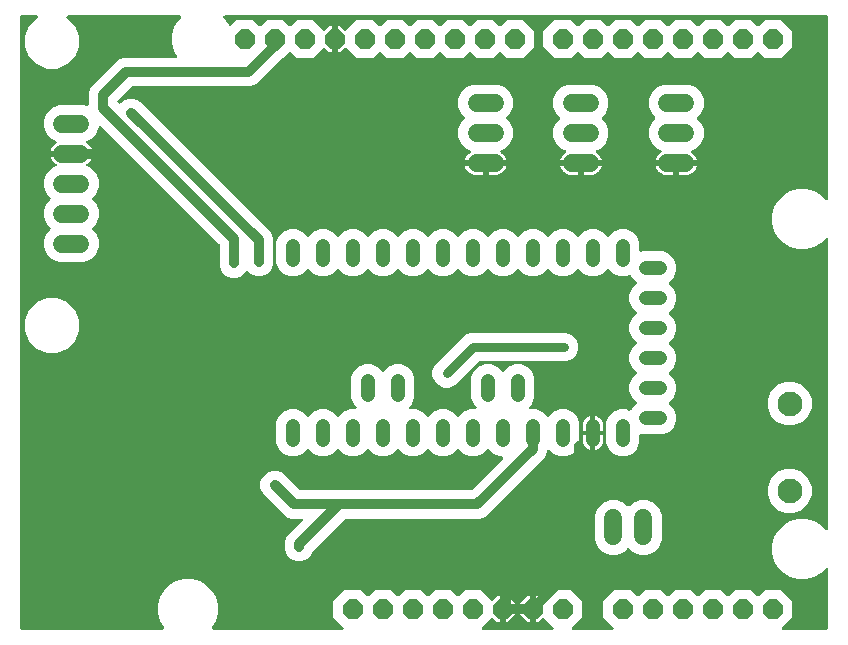
<source format=gbr>
G04 EAGLE Gerber RS-274X export*
G75*
%MOMM*%
%FSLAX34Y34*%
%LPD*%
%INBottom Copper*%
%IPPOS*%
%AMOC8*
5,1,8,0,0,1.08239X$1,22.5*%
G01*
%ADD10C,1.524000*%
%ADD11C,1.200000*%
%ADD12P,1.814519X8X22.500000*%
%ADD13C,2.100000*%
%ADD14C,0.650000*%
%ADD15C,0.812800*%
%ADD16C,0.100000*%
%ADD17C,0.800000*%
%ADD18C,0.600000*%

G36*
X128533Y8017D02*
X128533Y8017D01*
X128665Y8028D01*
X128690Y8037D01*
X128717Y8041D01*
X128840Y8089D01*
X128965Y8133D01*
X128988Y8148D01*
X129013Y8158D01*
X129119Y8235D01*
X129230Y8309D01*
X129248Y8329D01*
X129270Y8344D01*
X129354Y8447D01*
X129443Y8545D01*
X129455Y8569D01*
X129473Y8589D01*
X129529Y8709D01*
X129591Y8826D01*
X129597Y8853D01*
X129608Y8877D01*
X129633Y9007D01*
X129664Y9136D01*
X129663Y9163D01*
X129668Y9189D01*
X129660Y9322D01*
X129657Y9454D01*
X129650Y9480D01*
X129648Y9507D01*
X129607Y9633D01*
X129572Y9760D01*
X129555Y9795D01*
X129550Y9809D01*
X129539Y9828D01*
X129501Y9905D01*
X126237Y15557D01*
X124499Y22043D01*
X124499Y28757D01*
X126237Y35243D01*
X129594Y41058D01*
X134342Y45806D01*
X140157Y49163D01*
X146643Y50901D01*
X153357Y50901D01*
X159843Y49163D01*
X165658Y45806D01*
X170406Y41058D01*
X173763Y35243D01*
X175501Y28757D01*
X175501Y22043D01*
X173763Y15557D01*
X170499Y9905D01*
X170448Y9782D01*
X170392Y9663D01*
X170387Y9636D01*
X170376Y9611D01*
X170357Y9480D01*
X170332Y9350D01*
X170334Y9324D01*
X170330Y9297D01*
X170343Y9165D01*
X170352Y9033D01*
X170360Y9007D01*
X170363Y8981D01*
X170409Y8856D01*
X170450Y8731D01*
X170464Y8708D01*
X170474Y8682D01*
X170549Y8574D01*
X170620Y8462D01*
X170640Y8443D01*
X170655Y8421D01*
X170755Y8335D01*
X170852Y8244D01*
X170875Y8231D01*
X170896Y8213D01*
X171014Y8154D01*
X171130Y8090D01*
X171156Y8084D01*
X171180Y8072D01*
X171310Y8044D01*
X171438Y8011D01*
X171476Y8009D01*
X171491Y8005D01*
X171513Y8006D01*
X171599Y8001D01*
X280566Y8001D01*
X280704Y8018D01*
X280843Y8031D01*
X280862Y8038D01*
X280882Y8041D01*
X281011Y8092D01*
X281142Y8139D01*
X281159Y8150D01*
X281178Y8158D01*
X281290Y8239D01*
X281405Y8317D01*
X281419Y8333D01*
X281435Y8344D01*
X281524Y8452D01*
X281616Y8556D01*
X281625Y8574D01*
X281638Y8589D01*
X281697Y8715D01*
X281760Y8839D01*
X281765Y8859D01*
X281773Y8877D01*
X281799Y9013D01*
X281830Y9149D01*
X281829Y9170D01*
X281833Y9189D01*
X281824Y9328D01*
X281820Y9467D01*
X281815Y9487D01*
X281813Y9507D01*
X281771Y9639D01*
X281732Y9773D01*
X281722Y9790D01*
X281715Y9809D01*
X281641Y9927D01*
X281570Y10047D01*
X281552Y10068D01*
X281545Y10078D01*
X281530Y10092D01*
X281464Y10167D01*
X273017Y18614D01*
X273017Y32186D01*
X282614Y41783D01*
X296186Y41783D01*
X301203Y36766D01*
X301297Y36693D01*
X301386Y36614D01*
X301422Y36596D01*
X301454Y36571D01*
X301563Y36524D01*
X301669Y36470D01*
X301708Y36461D01*
X301746Y36445D01*
X301863Y36426D01*
X301979Y36400D01*
X302020Y36401D01*
X302060Y36395D01*
X302178Y36406D01*
X302297Y36410D01*
X302336Y36421D01*
X302376Y36425D01*
X302489Y36465D01*
X302603Y36498D01*
X302638Y36519D01*
X302676Y36532D01*
X302774Y36599D01*
X302877Y36660D01*
X302922Y36700D01*
X302939Y36711D01*
X302952Y36726D01*
X302998Y36766D01*
X308014Y41783D01*
X321586Y41783D01*
X326603Y36766D01*
X326697Y36693D01*
X326786Y36614D01*
X326822Y36596D01*
X326854Y36571D01*
X326963Y36524D01*
X327069Y36470D01*
X327108Y36461D01*
X327146Y36445D01*
X327263Y36426D01*
X327379Y36400D01*
X327420Y36401D01*
X327460Y36395D01*
X327578Y36406D01*
X327697Y36410D01*
X327736Y36421D01*
X327776Y36425D01*
X327889Y36465D01*
X328003Y36498D01*
X328038Y36519D01*
X328076Y36532D01*
X328174Y36599D01*
X328277Y36660D01*
X328322Y36700D01*
X328339Y36711D01*
X328352Y36726D01*
X328398Y36766D01*
X333414Y41783D01*
X346986Y41783D01*
X352003Y36766D01*
X352097Y36693D01*
X352186Y36614D01*
X352222Y36596D01*
X352254Y36571D01*
X352363Y36524D01*
X352469Y36470D01*
X352508Y36461D01*
X352546Y36445D01*
X352663Y36426D01*
X352779Y36400D01*
X352820Y36401D01*
X352860Y36395D01*
X352978Y36406D01*
X353097Y36410D01*
X353136Y36421D01*
X353176Y36425D01*
X353289Y36465D01*
X353403Y36498D01*
X353438Y36519D01*
X353476Y36532D01*
X353574Y36599D01*
X353677Y36660D01*
X353722Y36700D01*
X353739Y36711D01*
X353752Y36726D01*
X353798Y36766D01*
X358814Y41783D01*
X372386Y41783D01*
X377403Y36766D01*
X377497Y36693D01*
X377586Y36614D01*
X377622Y36596D01*
X377654Y36571D01*
X377763Y36524D01*
X377869Y36470D01*
X377908Y36461D01*
X377946Y36445D01*
X378063Y36426D01*
X378179Y36400D01*
X378220Y36401D01*
X378260Y36395D01*
X378378Y36406D01*
X378497Y36410D01*
X378536Y36421D01*
X378576Y36425D01*
X378689Y36465D01*
X378803Y36498D01*
X378838Y36519D01*
X378876Y36532D01*
X378974Y36599D01*
X379077Y36660D01*
X379122Y36700D01*
X379139Y36711D01*
X379152Y36726D01*
X379198Y36766D01*
X384214Y41783D01*
X397786Y41783D01*
X406663Y32905D01*
X406757Y32832D01*
X406847Y32754D01*
X406883Y32735D01*
X406915Y32710D01*
X407024Y32663D01*
X407130Y32609D01*
X407169Y32600D01*
X407206Y32584D01*
X407324Y32565D01*
X407440Y32539D01*
X407480Y32541D01*
X407521Y32534D01*
X407639Y32545D01*
X407758Y32549D01*
X407797Y32560D01*
X407837Y32564D01*
X407949Y32604D01*
X408064Y32637D01*
X408098Y32658D01*
X408136Y32672D01*
X408235Y32739D01*
X408337Y32799D01*
X408383Y32839D01*
X408400Y32850D01*
X408413Y32866D01*
X408458Y32905D01*
X411876Y36323D01*
X413901Y36323D01*
X413901Y26630D01*
X413916Y26512D01*
X413923Y26393D01*
X413935Y26355D01*
X413941Y26315D01*
X413984Y26204D01*
X414021Y26091D01*
X414043Y26057D01*
X414058Y26019D01*
X414127Y25923D01*
X414191Y25822D01*
X414221Y25794D01*
X414244Y25762D01*
X414336Y25686D01*
X414423Y25604D01*
X414458Y25585D01*
X414489Y25559D01*
X414597Y25508D01*
X414701Y25451D01*
X414741Y25441D01*
X414777Y25423D01*
X414884Y25403D01*
X414854Y25399D01*
X414744Y25355D01*
X414631Y25319D01*
X414596Y25297D01*
X414559Y25282D01*
X414462Y25212D01*
X414362Y25149D01*
X414334Y25119D01*
X414301Y25095D01*
X414225Y25004D01*
X414144Y24917D01*
X414124Y24882D01*
X414099Y24850D01*
X414048Y24743D01*
X413990Y24638D01*
X413980Y24599D01*
X413963Y24563D01*
X413941Y24446D01*
X413911Y24330D01*
X413907Y24270D01*
X413903Y24250D01*
X413905Y24230D01*
X413901Y24170D01*
X413901Y14477D01*
X411876Y14477D01*
X408458Y17895D01*
X408364Y17968D01*
X408275Y18046D01*
X408239Y18065D01*
X408207Y18090D01*
X408098Y18137D01*
X407992Y18191D01*
X407952Y18200D01*
X407915Y18216D01*
X407797Y18235D01*
X407681Y18261D01*
X407641Y18259D01*
X407601Y18266D01*
X407482Y18255D01*
X407364Y18251D01*
X407325Y18240D01*
X407284Y18236D01*
X407172Y18196D01*
X407058Y18163D01*
X407023Y18142D01*
X406985Y18128D01*
X406887Y18062D01*
X406784Y18001D01*
X406739Y17961D01*
X406722Y17950D01*
X406709Y17935D01*
X406663Y17895D01*
X398936Y10167D01*
X398851Y10058D01*
X398762Y9951D01*
X398754Y9932D01*
X398741Y9916D01*
X398686Y9788D01*
X398627Y9663D01*
X398623Y9643D01*
X398615Y9624D01*
X398593Y9486D01*
X398567Y9350D01*
X398568Y9330D01*
X398565Y9310D01*
X398578Y9171D01*
X398587Y9033D01*
X398593Y9014D01*
X398595Y8994D01*
X398642Y8862D01*
X398685Y8731D01*
X398696Y8713D01*
X398702Y8694D01*
X398780Y8579D01*
X398855Y8462D01*
X398870Y8448D01*
X398881Y8431D01*
X398985Y8339D01*
X399086Y8244D01*
X399104Y8234D01*
X399119Y8221D01*
X399243Y8157D01*
X399365Y8090D01*
X399385Y8085D01*
X399403Y8076D01*
X399538Y8046D01*
X399673Y8011D01*
X399701Y8009D01*
X399713Y8006D01*
X399733Y8007D01*
X399834Y8001D01*
X458366Y8001D01*
X458504Y8018D01*
X458643Y8031D01*
X458662Y8038D01*
X458682Y8041D01*
X458811Y8092D01*
X458942Y8139D01*
X458959Y8150D01*
X458978Y8158D01*
X459090Y8239D01*
X459205Y8317D01*
X459219Y8333D01*
X459235Y8344D01*
X459324Y8452D01*
X459416Y8556D01*
X459425Y8574D01*
X459438Y8589D01*
X459497Y8715D01*
X459560Y8839D01*
X459565Y8859D01*
X459573Y8877D01*
X459599Y9013D01*
X459630Y9149D01*
X459629Y9170D01*
X459633Y9189D01*
X459624Y9328D01*
X459620Y9467D01*
X459615Y9487D01*
X459613Y9507D01*
X459571Y9639D01*
X459532Y9773D01*
X459522Y9790D01*
X459515Y9809D01*
X459441Y9927D01*
X459370Y10047D01*
X459352Y10068D01*
X459345Y10078D01*
X459330Y10092D01*
X459264Y10167D01*
X451537Y17895D01*
X451443Y17968D01*
X451353Y18046D01*
X451317Y18065D01*
X451285Y18090D01*
X451176Y18137D01*
X451070Y18191D01*
X451031Y18200D01*
X450994Y18216D01*
X450876Y18235D01*
X450760Y18261D01*
X450720Y18259D01*
X450679Y18266D01*
X450561Y18255D01*
X450442Y18251D01*
X450403Y18240D01*
X450363Y18236D01*
X450251Y18196D01*
X450136Y18163D01*
X450102Y18142D01*
X450064Y18128D01*
X449965Y18061D01*
X449863Y18001D01*
X449817Y17961D01*
X449800Y17950D01*
X449787Y17935D01*
X449742Y17895D01*
X446324Y14477D01*
X444299Y14477D01*
X444299Y22901D01*
X449548Y22901D01*
X449666Y22916D01*
X449785Y22923D01*
X449823Y22935D01*
X449864Y22941D01*
X449974Y22984D01*
X450087Y23021D01*
X450122Y23043D01*
X450159Y23058D01*
X450255Y23127D01*
X450356Y23191D01*
X450384Y23221D01*
X450417Y23244D01*
X450493Y23336D01*
X450574Y23423D01*
X450594Y23458D01*
X450619Y23489D01*
X450670Y23597D01*
X450728Y23701D01*
X450738Y23741D01*
X450755Y23777D01*
X450777Y23894D01*
X450807Y24009D01*
X450811Y24069D01*
X450815Y24089D01*
X450813Y24110D01*
X450817Y24170D01*
X450817Y26630D01*
X450802Y26748D01*
X450795Y26867D01*
X450782Y26905D01*
X450777Y26946D01*
X450734Y27056D01*
X450697Y27169D01*
X450675Y27204D01*
X450660Y27241D01*
X450591Y27337D01*
X450527Y27438D01*
X450497Y27466D01*
X450474Y27499D01*
X450382Y27575D01*
X450295Y27656D01*
X450260Y27676D01*
X450229Y27701D01*
X450121Y27752D01*
X450017Y27810D01*
X449977Y27820D01*
X449941Y27837D01*
X449824Y27859D01*
X449709Y27889D01*
X449649Y27893D01*
X449629Y27897D01*
X449608Y27895D01*
X449548Y27899D01*
X444299Y27899D01*
X444299Y36323D01*
X446324Y36323D01*
X449742Y32905D01*
X449836Y32832D01*
X449925Y32754D01*
X449961Y32735D01*
X449993Y32710D01*
X450102Y32663D01*
X450208Y32609D01*
X450248Y32600D01*
X450285Y32584D01*
X450403Y32565D01*
X450519Y32539D01*
X450559Y32541D01*
X450599Y32534D01*
X450718Y32545D01*
X450836Y32549D01*
X450875Y32560D01*
X450916Y32564D01*
X451028Y32604D01*
X451142Y32637D01*
X451177Y32658D01*
X451215Y32672D01*
X451314Y32739D01*
X451416Y32799D01*
X451461Y32839D01*
X451478Y32850D01*
X451491Y32866D01*
X451537Y32905D01*
X460414Y41783D01*
X473986Y41783D01*
X483583Y32186D01*
X483583Y18614D01*
X475136Y10167D01*
X475051Y10058D01*
X474962Y9951D01*
X474954Y9932D01*
X474941Y9916D01*
X474886Y9788D01*
X474827Y9663D01*
X474823Y9643D01*
X474815Y9624D01*
X474793Y9486D01*
X474767Y9350D01*
X474768Y9330D01*
X474765Y9310D01*
X474778Y9171D01*
X474787Y9033D01*
X474793Y9014D01*
X474795Y8994D01*
X474842Y8862D01*
X474885Y8731D01*
X474896Y8713D01*
X474902Y8694D01*
X474980Y8579D01*
X475055Y8462D01*
X475070Y8448D01*
X475081Y8431D01*
X475185Y8339D01*
X475286Y8244D01*
X475304Y8234D01*
X475319Y8221D01*
X475444Y8157D01*
X475565Y8090D01*
X475585Y8085D01*
X475603Y8076D01*
X475738Y8046D01*
X475873Y8011D01*
X475901Y8009D01*
X475913Y8006D01*
X475933Y8007D01*
X476034Y8001D01*
X509166Y8001D01*
X509304Y8018D01*
X509443Y8031D01*
X509462Y8038D01*
X509482Y8041D01*
X509611Y8092D01*
X509742Y8139D01*
X509759Y8150D01*
X509778Y8158D01*
X509890Y8239D01*
X510005Y8317D01*
X510019Y8333D01*
X510035Y8344D01*
X510124Y8452D01*
X510216Y8556D01*
X510225Y8574D01*
X510238Y8589D01*
X510297Y8715D01*
X510360Y8839D01*
X510365Y8859D01*
X510373Y8877D01*
X510399Y9013D01*
X510430Y9149D01*
X510429Y9170D01*
X510433Y9189D01*
X510424Y9328D01*
X510420Y9467D01*
X510415Y9487D01*
X510413Y9507D01*
X510371Y9639D01*
X510332Y9773D01*
X510322Y9790D01*
X510315Y9809D01*
X510241Y9927D01*
X510170Y10047D01*
X510152Y10068D01*
X510145Y10078D01*
X510130Y10092D01*
X510064Y10167D01*
X501617Y18614D01*
X501617Y32186D01*
X511214Y41783D01*
X524786Y41783D01*
X529802Y36766D01*
X529897Y36693D01*
X529986Y36614D01*
X530022Y36596D01*
X530054Y36571D01*
X530163Y36524D01*
X530269Y36470D01*
X530308Y36461D01*
X530346Y36445D01*
X530463Y36426D01*
X530579Y36400D01*
X530620Y36401D01*
X530660Y36395D01*
X530778Y36406D01*
X530897Y36410D01*
X530936Y36421D01*
X530976Y36425D01*
X531089Y36465D01*
X531203Y36498D01*
X531237Y36519D01*
X531276Y36532D01*
X531374Y36599D01*
X531477Y36660D01*
X531522Y36700D01*
X531539Y36711D01*
X531552Y36726D01*
X531597Y36766D01*
X536614Y41783D01*
X550186Y41783D01*
X555202Y36766D01*
X555297Y36693D01*
X555386Y36614D01*
X555422Y36596D01*
X555454Y36571D01*
X555563Y36524D01*
X555669Y36470D01*
X555708Y36461D01*
X555746Y36445D01*
X555863Y36426D01*
X555979Y36400D01*
X556020Y36401D01*
X556060Y36395D01*
X556178Y36406D01*
X556297Y36410D01*
X556336Y36421D01*
X556376Y36425D01*
X556489Y36465D01*
X556603Y36498D01*
X556637Y36519D01*
X556676Y36532D01*
X556774Y36599D01*
X556877Y36660D01*
X556922Y36700D01*
X556939Y36711D01*
X556952Y36726D01*
X556997Y36766D01*
X562014Y41783D01*
X575586Y41783D01*
X580603Y36766D01*
X580697Y36693D01*
X580786Y36614D01*
X580822Y36596D01*
X580854Y36571D01*
X580963Y36524D01*
X581069Y36470D01*
X581108Y36461D01*
X581146Y36445D01*
X581263Y36426D01*
X581379Y36400D01*
X581420Y36401D01*
X581460Y36395D01*
X581578Y36406D01*
X581697Y36410D01*
X581736Y36421D01*
X581776Y36425D01*
X581889Y36465D01*
X582003Y36498D01*
X582038Y36519D01*
X582076Y36532D01*
X582174Y36599D01*
X582277Y36660D01*
X582322Y36700D01*
X582339Y36711D01*
X582352Y36726D01*
X582398Y36766D01*
X587414Y41783D01*
X600986Y41783D01*
X606002Y36766D01*
X606097Y36693D01*
X606186Y36614D01*
X606222Y36596D01*
X606254Y36571D01*
X606363Y36524D01*
X606469Y36470D01*
X606508Y36461D01*
X606546Y36445D01*
X606663Y36426D01*
X606779Y36400D01*
X606820Y36401D01*
X606860Y36395D01*
X606978Y36406D01*
X607097Y36410D01*
X607136Y36421D01*
X607176Y36425D01*
X607289Y36465D01*
X607403Y36498D01*
X607437Y36519D01*
X607476Y36532D01*
X607574Y36599D01*
X607677Y36660D01*
X607722Y36700D01*
X607739Y36711D01*
X607752Y36726D01*
X607797Y36766D01*
X612814Y41783D01*
X626386Y41783D01*
X631402Y36766D01*
X631497Y36693D01*
X631586Y36614D01*
X631622Y36596D01*
X631654Y36571D01*
X631763Y36524D01*
X631869Y36470D01*
X631908Y36461D01*
X631946Y36445D01*
X632063Y36426D01*
X632179Y36400D01*
X632220Y36401D01*
X632260Y36395D01*
X632378Y36406D01*
X632497Y36410D01*
X632536Y36421D01*
X632576Y36425D01*
X632689Y36465D01*
X632803Y36498D01*
X632837Y36519D01*
X632876Y36532D01*
X632974Y36599D01*
X633077Y36660D01*
X633122Y36700D01*
X633139Y36711D01*
X633152Y36726D01*
X633197Y36766D01*
X638214Y41783D01*
X651786Y41783D01*
X661383Y32186D01*
X661383Y18614D01*
X652936Y10167D01*
X652851Y10058D01*
X652762Y9951D01*
X652754Y9932D01*
X652741Y9916D01*
X652686Y9788D01*
X652627Y9663D01*
X652623Y9643D01*
X652615Y9624D01*
X652593Y9486D01*
X652567Y9350D01*
X652568Y9330D01*
X652565Y9310D01*
X652578Y9171D01*
X652587Y9033D01*
X652593Y9014D01*
X652595Y8994D01*
X652642Y8862D01*
X652685Y8731D01*
X652696Y8713D01*
X652702Y8694D01*
X652780Y8579D01*
X652855Y8462D01*
X652870Y8448D01*
X652881Y8431D01*
X652985Y8339D01*
X653086Y8244D01*
X653104Y8234D01*
X653119Y8221D01*
X653244Y8157D01*
X653365Y8090D01*
X653385Y8085D01*
X653403Y8076D01*
X653538Y8046D01*
X653673Y8011D01*
X653701Y8009D01*
X653713Y8006D01*
X653733Y8007D01*
X653834Y8001D01*
X690730Y8001D01*
X690848Y8016D01*
X690967Y8023D01*
X691005Y8036D01*
X691046Y8041D01*
X691156Y8084D01*
X691269Y8121D01*
X691304Y8143D01*
X691341Y8158D01*
X691437Y8227D01*
X691538Y8291D01*
X691566Y8321D01*
X691599Y8344D01*
X691675Y8436D01*
X691756Y8523D01*
X691776Y8558D01*
X691801Y8589D01*
X691852Y8697D01*
X691910Y8801D01*
X691920Y8841D01*
X691937Y8877D01*
X691959Y8994D01*
X691989Y9109D01*
X691993Y9169D01*
X691997Y9189D01*
X691995Y9210D01*
X691999Y9270D01*
X691999Y59072D01*
X691982Y59209D01*
X691969Y59348D01*
X691962Y59367D01*
X691959Y59387D01*
X691908Y59516D01*
X691861Y59647D01*
X691850Y59664D01*
X691842Y59683D01*
X691761Y59795D01*
X691683Y59910D01*
X691667Y59924D01*
X691656Y59940D01*
X691548Y60029D01*
X691444Y60121D01*
X691426Y60130D01*
X691411Y60143D01*
X691285Y60202D01*
X691161Y60265D01*
X691141Y60270D01*
X691123Y60278D01*
X690987Y60305D01*
X690851Y60335D01*
X690830Y60334D01*
X690811Y60338D01*
X690672Y60330D01*
X690533Y60325D01*
X690513Y60320D01*
X690493Y60318D01*
X690361Y60276D01*
X690227Y60237D01*
X690210Y60227D01*
X690191Y60220D01*
X690073Y60146D01*
X689953Y60075D01*
X689932Y60057D01*
X689922Y60050D01*
X689908Y60035D01*
X689833Y59969D01*
X685658Y55794D01*
X679843Y52437D01*
X673357Y50699D01*
X666643Y50699D01*
X660157Y52437D01*
X654342Y55794D01*
X649594Y60542D01*
X646237Y66357D01*
X644499Y72843D01*
X644499Y79557D01*
X646237Y86043D01*
X649594Y91858D01*
X654342Y96606D01*
X660157Y99963D01*
X666643Y101701D01*
X673357Y101701D01*
X679843Y99963D01*
X685658Y96606D01*
X689833Y92431D01*
X689942Y92346D01*
X690049Y92257D01*
X690068Y92248D01*
X690084Y92236D01*
X690212Y92181D01*
X690337Y92122D01*
X690357Y92118D01*
X690376Y92110D01*
X690514Y92088D01*
X690650Y92062D01*
X690670Y92063D01*
X690690Y92060D01*
X690829Y92073D01*
X690967Y92082D01*
X690986Y92088D01*
X691006Y92090D01*
X691138Y92137D01*
X691269Y92180D01*
X691287Y92190D01*
X691306Y92197D01*
X691421Y92275D01*
X691538Y92350D01*
X691552Y92364D01*
X691569Y92376D01*
X691661Y92480D01*
X691756Y92581D01*
X691766Y92599D01*
X691779Y92614D01*
X691843Y92738D01*
X691910Y92860D01*
X691915Y92879D01*
X691924Y92897D01*
X691954Y93033D01*
X691989Y93168D01*
X691991Y93196D01*
X691994Y93208D01*
X691993Y93228D01*
X691999Y93328D01*
X691999Y338472D01*
X691982Y338609D01*
X691969Y338748D01*
X691962Y338767D01*
X691959Y338787D01*
X691908Y338916D01*
X691861Y339047D01*
X691850Y339064D01*
X691842Y339083D01*
X691761Y339195D01*
X691683Y339310D01*
X691667Y339324D01*
X691656Y339340D01*
X691548Y339429D01*
X691444Y339521D01*
X691426Y339530D01*
X691411Y339543D01*
X691285Y339602D01*
X691161Y339665D01*
X691141Y339670D01*
X691123Y339678D01*
X690987Y339705D01*
X690851Y339735D01*
X690830Y339734D01*
X690811Y339738D01*
X690672Y339730D01*
X690533Y339725D01*
X690513Y339720D01*
X690493Y339718D01*
X690361Y339676D01*
X690227Y339637D01*
X690210Y339627D01*
X690191Y339620D01*
X690073Y339546D01*
X689953Y339475D01*
X689932Y339457D01*
X689922Y339450D01*
X689908Y339435D01*
X689833Y339369D01*
X685658Y335194D01*
X679843Y331837D01*
X673357Y330099D01*
X666643Y330099D01*
X660157Y331837D01*
X654342Y335194D01*
X649594Y339942D01*
X646237Y345757D01*
X644499Y352243D01*
X644499Y358957D01*
X646237Y365443D01*
X649594Y371258D01*
X654342Y376006D01*
X660157Y379363D01*
X666643Y381101D01*
X673357Y381101D01*
X679843Y379363D01*
X685658Y376006D01*
X689833Y371831D01*
X689942Y371746D01*
X690049Y371657D01*
X690068Y371648D01*
X690084Y371636D01*
X690212Y371581D01*
X690337Y371522D01*
X690357Y371518D01*
X690376Y371510D01*
X690514Y371488D01*
X690650Y371462D01*
X690670Y371463D01*
X690690Y371460D01*
X690829Y371473D01*
X690967Y371482D01*
X690986Y371488D01*
X691006Y371490D01*
X691138Y371537D01*
X691269Y371580D01*
X691287Y371590D01*
X691306Y371597D01*
X691421Y371675D01*
X691538Y371750D01*
X691552Y371764D01*
X691569Y371776D01*
X691661Y371880D01*
X691756Y371981D01*
X691766Y371999D01*
X691779Y372014D01*
X691843Y372138D01*
X691910Y372260D01*
X691915Y372279D01*
X691924Y372297D01*
X691954Y372433D01*
X691989Y372568D01*
X691991Y372596D01*
X691994Y372608D01*
X691993Y372628D01*
X691999Y372728D01*
X691999Y526730D01*
X691984Y526848D01*
X691977Y526967D01*
X691964Y527005D01*
X691959Y527046D01*
X691916Y527156D01*
X691879Y527269D01*
X691857Y527304D01*
X691842Y527341D01*
X691773Y527437D01*
X691709Y527538D01*
X691679Y527566D01*
X691656Y527599D01*
X691564Y527675D01*
X691477Y527756D01*
X691442Y527776D01*
X691411Y527801D01*
X691303Y527852D01*
X691199Y527910D01*
X691159Y527920D01*
X691123Y527937D01*
X691006Y527959D01*
X690891Y527989D01*
X690831Y527993D01*
X690811Y527997D01*
X690790Y527995D01*
X690730Y527999D01*
X181128Y527999D01*
X180991Y527982D01*
X180852Y527969D01*
X180833Y527962D01*
X180813Y527959D01*
X180684Y527908D01*
X180553Y527861D01*
X180536Y527850D01*
X180517Y527842D01*
X180405Y527761D01*
X180290Y527683D01*
X180276Y527667D01*
X180260Y527656D01*
X180171Y527548D01*
X180079Y527444D01*
X180070Y527426D01*
X180057Y527411D01*
X179998Y527285D01*
X179935Y527161D01*
X179930Y527141D01*
X179922Y527123D01*
X179895Y526987D01*
X179865Y526851D01*
X179866Y526830D01*
X179862Y526811D01*
X179870Y526672D01*
X179875Y526533D01*
X179880Y526513D01*
X179882Y526493D01*
X179924Y526361D01*
X179963Y526227D01*
X179973Y526210D01*
X179980Y526191D01*
X180054Y526072D01*
X180125Y525953D01*
X180143Y525932D01*
X180150Y525922D01*
X180165Y525908D01*
X180231Y525833D01*
X182406Y523658D01*
X184523Y519991D01*
X184599Y519891D01*
X184669Y519787D01*
X184695Y519764D01*
X184715Y519738D01*
X184813Y519660D01*
X184908Y519576D01*
X184938Y519561D01*
X184964Y519540D01*
X185079Y519489D01*
X185191Y519432D01*
X185224Y519424D01*
X185255Y519411D01*
X185379Y519390D01*
X185501Y519362D01*
X185535Y519363D01*
X185568Y519357D01*
X185694Y519368D01*
X185819Y519372D01*
X185852Y519381D01*
X185885Y519384D01*
X186004Y519425D01*
X186125Y519460D01*
X186154Y519477D01*
X186186Y519488D01*
X186291Y519558D01*
X186399Y519622D01*
X186435Y519654D01*
X186451Y519664D01*
X186465Y519680D01*
X186519Y519728D01*
X191174Y524383D01*
X204746Y524383D01*
X209763Y519366D01*
X209857Y519293D01*
X209946Y519214D01*
X209982Y519196D01*
X210014Y519171D01*
X210123Y519124D01*
X210229Y519070D01*
X210268Y519061D01*
X210306Y519045D01*
X210423Y519026D01*
X210539Y519000D01*
X210580Y519001D01*
X210620Y518995D01*
X210738Y519006D01*
X210857Y519010D01*
X210896Y519021D01*
X210936Y519025D01*
X211049Y519065D01*
X211163Y519098D01*
X211198Y519119D01*
X211236Y519132D01*
X211334Y519199D01*
X211437Y519260D01*
X211482Y519300D01*
X211499Y519311D01*
X211512Y519326D01*
X211558Y519366D01*
X216574Y524383D01*
X230146Y524383D01*
X235162Y519366D01*
X235257Y519293D01*
X235346Y519214D01*
X235382Y519196D01*
X235414Y519171D01*
X235523Y519124D01*
X235629Y519070D01*
X235668Y519061D01*
X235706Y519045D01*
X235823Y519026D01*
X235939Y519000D01*
X235980Y519001D01*
X236020Y518995D01*
X236138Y519006D01*
X236257Y519010D01*
X236296Y519021D01*
X236336Y519025D01*
X236449Y519065D01*
X236563Y519098D01*
X236597Y519119D01*
X236636Y519132D01*
X236734Y519199D01*
X236837Y519260D01*
X236882Y519300D01*
X236899Y519311D01*
X236912Y519326D01*
X236957Y519366D01*
X241974Y524383D01*
X255546Y524383D01*
X264423Y515505D01*
X264517Y515432D01*
X264607Y515354D01*
X264643Y515335D01*
X264675Y515310D01*
X264784Y515263D01*
X264890Y515209D01*
X264929Y515200D01*
X264966Y515184D01*
X265084Y515165D01*
X265200Y515139D01*
X265240Y515141D01*
X265281Y515134D01*
X265399Y515145D01*
X265518Y515149D01*
X265557Y515160D01*
X265597Y515164D01*
X265709Y515204D01*
X265824Y515237D01*
X265858Y515258D01*
X265896Y515272D01*
X265995Y515339D01*
X266097Y515399D01*
X266143Y515439D01*
X266160Y515450D01*
X266173Y515466D01*
X266218Y515505D01*
X269636Y518923D01*
X271661Y518923D01*
X271661Y509230D01*
X271676Y509112D01*
X271683Y508993D01*
X271695Y508955D01*
X271701Y508915D01*
X271744Y508804D01*
X271781Y508691D01*
X271803Y508657D01*
X271818Y508619D01*
X271887Y508523D01*
X271951Y508422D01*
X271981Y508394D01*
X272004Y508362D01*
X272096Y508286D01*
X272183Y508204D01*
X272218Y508185D01*
X272249Y508159D01*
X272357Y508108D01*
X272461Y508051D01*
X272501Y508041D01*
X272537Y508023D01*
X272644Y508003D01*
X272614Y507999D01*
X272504Y507955D01*
X272391Y507919D01*
X272356Y507897D01*
X272319Y507882D01*
X272222Y507812D01*
X272122Y507749D01*
X272094Y507719D01*
X272061Y507695D01*
X271985Y507604D01*
X271904Y507517D01*
X271884Y507482D01*
X271859Y507450D01*
X271808Y507343D01*
X271750Y507238D01*
X271740Y507199D01*
X271723Y507163D01*
X271701Y507046D01*
X271671Y506930D01*
X271667Y506870D01*
X271663Y506850D01*
X271665Y506830D01*
X271661Y506770D01*
X271661Y497077D01*
X269636Y497077D01*
X266218Y500495D01*
X266124Y500568D01*
X266035Y500646D01*
X265999Y500665D01*
X265967Y500690D01*
X265858Y500737D01*
X265752Y500791D01*
X265712Y500800D01*
X265675Y500816D01*
X265557Y500835D01*
X265441Y500861D01*
X265401Y500859D01*
X265361Y500866D01*
X265242Y500855D01*
X265124Y500851D01*
X265085Y500840D01*
X265044Y500836D01*
X264932Y500796D01*
X264818Y500763D01*
X264783Y500742D01*
X264745Y500728D01*
X264646Y500661D01*
X264544Y500601D01*
X264499Y500561D01*
X264482Y500550D01*
X264469Y500534D01*
X264423Y500495D01*
X255546Y491617D01*
X241974Y491617D01*
X236957Y496634D01*
X236863Y496707D01*
X236774Y496786D01*
X236738Y496804D01*
X236706Y496829D01*
X236597Y496876D01*
X236491Y496930D01*
X236452Y496939D01*
X236414Y496955D01*
X236297Y496974D01*
X236181Y497000D01*
X236140Y496999D01*
X236100Y497005D01*
X235982Y496994D01*
X235863Y496990D01*
X235824Y496979D01*
X235784Y496975D01*
X235671Y496935D01*
X235557Y496902D01*
X235522Y496881D01*
X235484Y496868D01*
X235386Y496801D01*
X235283Y496740D01*
X235238Y496700D01*
X235221Y496689D01*
X235208Y496674D01*
X235162Y496634D01*
X230137Y491609D01*
X230107Y491605D01*
X230008Y491602D01*
X229950Y491585D01*
X229890Y491577D01*
X229798Y491541D01*
X229702Y491513D01*
X229650Y491483D01*
X229594Y491460D01*
X229514Y491402D01*
X229428Y491352D01*
X229353Y491286D01*
X229337Y491274D01*
X229329Y491264D01*
X229308Y491246D01*
X207834Y469772D01*
X203400Y467935D01*
X103023Y467935D01*
X102925Y467923D01*
X102826Y467920D01*
X102768Y467903D01*
X102708Y467895D01*
X102616Y467859D01*
X102520Y467831D01*
X102468Y467801D01*
X102412Y467778D01*
X102332Y467720D01*
X102246Y467670D01*
X102171Y467604D01*
X102155Y467592D01*
X102147Y467582D01*
X102126Y467564D01*
X90710Y456147D01*
X90637Y456053D01*
X90558Y455964D01*
X90540Y455928D01*
X90515Y455896D01*
X90467Y455787D01*
X90413Y455681D01*
X90404Y455642D01*
X90388Y455604D01*
X90370Y455487D01*
X90344Y455371D01*
X90345Y455330D01*
X90338Y455290D01*
X90350Y455171D01*
X90353Y455053D01*
X90364Y455014D01*
X90368Y454974D01*
X90409Y454861D01*
X90442Y454747D01*
X90462Y454712D01*
X90476Y454674D01*
X90543Y454576D01*
X90603Y454473D01*
X90643Y454428D01*
X90654Y454411D01*
X90670Y454398D01*
X90710Y454352D01*
X91353Y453710D01*
X91447Y453637D01*
X91536Y453558D01*
X91572Y453539D01*
X91604Y453515D01*
X91713Y453467D01*
X91819Y453413D01*
X91859Y453404D01*
X91896Y453388D01*
X92013Y453370D01*
X92129Y453344D01*
X92170Y453345D01*
X92210Y453338D01*
X92328Y453350D01*
X92447Y453353D01*
X92486Y453365D01*
X92526Y453368D01*
X92638Y453409D01*
X92753Y453442D01*
X92788Y453462D01*
X92826Y453476D01*
X92924Y453543D01*
X93027Y453603D01*
X93072Y453643D01*
X93089Y453655D01*
X93102Y453670D01*
X93148Y453710D01*
X95166Y455728D01*
X99600Y457565D01*
X104400Y457565D01*
X108834Y455728D01*
X220228Y344334D01*
X222065Y339900D01*
X222065Y317100D01*
X220228Y312666D01*
X216834Y309272D01*
X212400Y307435D01*
X207600Y307435D01*
X203166Y309272D01*
X201148Y311290D01*
X201053Y311363D01*
X200964Y311442D01*
X200928Y311461D01*
X200896Y311485D01*
X200787Y311533D01*
X200681Y311587D01*
X200642Y311596D01*
X200604Y311612D01*
X200487Y311630D01*
X200371Y311656D01*
X200330Y311655D01*
X200290Y311662D01*
X200172Y311650D01*
X200053Y311647D01*
X200014Y311635D01*
X199974Y311632D01*
X199861Y311591D01*
X199747Y311558D01*
X199713Y311538D01*
X199674Y311524D01*
X199576Y311457D01*
X199473Y311397D01*
X199428Y311357D01*
X199411Y311346D01*
X199398Y311330D01*
X199353Y311290D01*
X195834Y307772D01*
X191400Y305935D01*
X186600Y305935D01*
X182166Y307772D01*
X178772Y311166D01*
X176935Y315600D01*
X176935Y333477D01*
X176923Y333575D01*
X176920Y333674D01*
X176903Y333732D01*
X176895Y333792D01*
X176859Y333884D01*
X176831Y333980D01*
X176801Y334032D01*
X176778Y334088D01*
X176720Y334168D01*
X176670Y334254D01*
X176604Y334329D01*
X176592Y334345D01*
X176582Y334353D01*
X176564Y334374D01*
X76807Y434130D01*
X76717Y434201D01*
X76691Y434226D01*
X76676Y434234D01*
X76591Y434304D01*
X76572Y434313D01*
X76556Y434325D01*
X76428Y434381D01*
X76303Y434440D01*
X76283Y434444D01*
X76264Y434452D01*
X76126Y434474D01*
X75990Y434500D01*
X75970Y434498D01*
X75950Y434502D01*
X75811Y434488D01*
X75673Y434480D01*
X75654Y434474D01*
X75634Y434472D01*
X75502Y434425D01*
X75371Y434382D01*
X75353Y434371D01*
X75334Y434364D01*
X75219Y434286D01*
X75102Y434212D01*
X75088Y434197D01*
X75071Y434186D01*
X74979Y434081D01*
X74884Y433980D01*
X74874Y433962D01*
X74861Y433947D01*
X74797Y433823D01*
X74730Y433702D01*
X74725Y433682D01*
X74716Y433664D01*
X74686Y433528D01*
X74651Y433394D01*
X74649Y433366D01*
X74646Y433354D01*
X74647Y433333D01*
X74645Y433304D01*
X72263Y427552D01*
X67868Y423157D01*
X64679Y421836D01*
X64550Y421763D01*
X64419Y421691D01*
X64412Y421684D01*
X64403Y421679D01*
X64296Y421575D01*
X64187Y421473D01*
X64182Y421465D01*
X64174Y421458D01*
X64097Y421331D01*
X64017Y421205D01*
X64014Y421195D01*
X64008Y421186D01*
X63964Y421044D01*
X63918Y420903D01*
X63918Y420892D01*
X63915Y420882D01*
X63908Y420734D01*
X63898Y420585D01*
X63900Y420575D01*
X63899Y420565D01*
X63930Y420419D01*
X63957Y420273D01*
X63962Y420263D01*
X63964Y420253D01*
X64030Y420119D01*
X64092Y419985D01*
X64099Y419977D01*
X64103Y419968D01*
X64200Y419854D01*
X64295Y419740D01*
X64306Y419731D01*
X64310Y419726D01*
X64322Y419717D01*
X64419Y419637D01*
X65639Y418750D01*
X66770Y417619D01*
X67710Y416325D01*
X68436Y414900D01*
X68879Y413539D01*
X52670Y413539D01*
X52552Y413524D01*
X52433Y413517D01*
X52395Y413504D01*
X52355Y413499D01*
X52244Y413456D01*
X52131Y413419D01*
X52097Y413397D01*
X52059Y413382D01*
X51963Y413312D01*
X51862Y413249D01*
X51834Y413219D01*
X51802Y413195D01*
X51726Y413104D01*
X51644Y413017D01*
X51625Y412982D01*
X51599Y412951D01*
X51548Y412843D01*
X51491Y412739D01*
X51480Y412699D01*
X51463Y412663D01*
X51441Y412546D01*
X51411Y412431D01*
X51407Y412370D01*
X51403Y412350D01*
X51405Y412330D01*
X51401Y412270D01*
X51401Y409730D01*
X51416Y409612D01*
X51423Y409493D01*
X51436Y409455D01*
X51441Y409414D01*
X51485Y409304D01*
X51521Y409191D01*
X51543Y409156D01*
X51558Y409119D01*
X51628Y409023D01*
X51691Y408922D01*
X51721Y408894D01*
X51745Y408861D01*
X51836Y408786D01*
X51923Y408704D01*
X51958Y408684D01*
X51990Y408659D01*
X52097Y408608D01*
X52202Y408550D01*
X52241Y408540D01*
X52277Y408523D01*
X52394Y408501D01*
X52509Y408471D01*
X52570Y408467D01*
X52590Y408463D01*
X52610Y408465D01*
X52670Y408461D01*
X68879Y408461D01*
X68436Y407100D01*
X67710Y405675D01*
X66770Y404381D01*
X65639Y403250D01*
X64419Y402363D01*
X64311Y402262D01*
X64200Y402161D01*
X64194Y402152D01*
X64187Y402145D01*
X64107Y402020D01*
X64025Y401895D01*
X64022Y401886D01*
X64017Y401877D01*
X63970Y401735D01*
X63922Y401595D01*
X63921Y401584D01*
X63918Y401575D01*
X63909Y401427D01*
X63897Y401278D01*
X63899Y401267D01*
X63898Y401257D01*
X63926Y401111D01*
X63951Y400964D01*
X63956Y400955D01*
X63958Y400945D01*
X64021Y400810D01*
X64082Y400674D01*
X64088Y400666D01*
X64093Y400657D01*
X64188Y400542D01*
X64281Y400426D01*
X64289Y400420D01*
X64295Y400412D01*
X64416Y400324D01*
X64535Y400235D01*
X64547Y400228D01*
X64552Y400225D01*
X64566Y400219D01*
X64679Y400164D01*
X67868Y398843D01*
X72263Y394448D01*
X74641Y388707D01*
X74641Y382493D01*
X72263Y376752D01*
X69309Y373797D01*
X69235Y373703D01*
X69157Y373614D01*
X69138Y373578D01*
X69114Y373546D01*
X69066Y373437D01*
X69012Y373331D01*
X69003Y373292D01*
X68987Y373254D01*
X68969Y373137D01*
X68943Y373021D01*
X68944Y372980D01*
X68937Y372940D01*
X68949Y372822D01*
X68952Y372703D01*
X68963Y372664D01*
X68967Y372624D01*
X69008Y372511D01*
X69041Y372397D01*
X69061Y372362D01*
X69075Y372324D01*
X69142Y372226D01*
X69202Y372123D01*
X69242Y372078D01*
X69253Y372061D01*
X69269Y372048D01*
X69309Y372002D01*
X72263Y369048D01*
X74641Y363307D01*
X74641Y357093D01*
X72263Y351352D01*
X69309Y348397D01*
X69235Y348303D01*
X69157Y348214D01*
X69138Y348178D01*
X69114Y348146D01*
X69066Y348037D01*
X69012Y347931D01*
X69003Y347892D01*
X68987Y347854D01*
X68969Y347737D01*
X68943Y347621D01*
X68944Y347580D01*
X68937Y347540D01*
X68949Y347422D01*
X68952Y347303D01*
X68963Y347264D01*
X68967Y347224D01*
X69008Y347111D01*
X69041Y346997D01*
X69061Y346962D01*
X69075Y346924D01*
X69142Y346826D01*
X69202Y346723D01*
X69242Y346678D01*
X69253Y346661D01*
X69269Y346648D01*
X69309Y346602D01*
X72263Y343648D01*
X74641Y337907D01*
X74641Y331693D01*
X72263Y325952D01*
X67868Y321557D01*
X62127Y319179D01*
X40673Y319179D01*
X34932Y321557D01*
X30537Y325952D01*
X28159Y331693D01*
X28159Y337907D01*
X30537Y343648D01*
X33491Y346602D01*
X33565Y346697D01*
X33643Y346786D01*
X33662Y346822D01*
X33686Y346854D01*
X33734Y346963D01*
X33788Y347069D01*
X33797Y347108D01*
X33813Y347146D01*
X33831Y347263D01*
X33857Y347379D01*
X33856Y347420D01*
X33863Y347460D01*
X33851Y347578D01*
X33848Y347697D01*
X33837Y347736D01*
X33833Y347776D01*
X33792Y347889D01*
X33759Y348003D01*
X33739Y348037D01*
X33725Y348076D01*
X33658Y348174D01*
X33598Y348277D01*
X33558Y348322D01*
X33547Y348339D01*
X33531Y348352D01*
X33491Y348397D01*
X30537Y351352D01*
X28159Y357093D01*
X28159Y363307D01*
X30537Y369048D01*
X33491Y372002D01*
X33565Y372097D01*
X33643Y372186D01*
X33662Y372222D01*
X33686Y372254D01*
X33734Y372363D01*
X33788Y372469D01*
X33797Y372508D01*
X33813Y372546D01*
X33831Y372663D01*
X33857Y372779D01*
X33856Y372820D01*
X33863Y372860D01*
X33851Y372978D01*
X33848Y373097D01*
X33837Y373136D01*
X33833Y373176D01*
X33792Y373289D01*
X33759Y373403D01*
X33739Y373437D01*
X33725Y373476D01*
X33658Y373574D01*
X33598Y373677D01*
X33558Y373722D01*
X33547Y373739D01*
X33531Y373752D01*
X33491Y373797D01*
X30537Y376752D01*
X28159Y382493D01*
X28159Y388707D01*
X30537Y394448D01*
X34932Y398843D01*
X38121Y400164D01*
X38250Y400237D01*
X38381Y400309D01*
X38388Y400316D01*
X38397Y400321D01*
X38504Y400425D01*
X38613Y400527D01*
X38618Y400535D01*
X38626Y400542D01*
X38703Y400669D01*
X38783Y400795D01*
X38786Y400805D01*
X38792Y400814D01*
X38836Y400956D01*
X38882Y401097D01*
X38882Y401108D01*
X38885Y401118D01*
X38892Y401266D01*
X38902Y401415D01*
X38900Y401425D01*
X38901Y401435D01*
X38870Y401581D01*
X38843Y401727D01*
X38838Y401737D01*
X38836Y401747D01*
X38770Y401881D01*
X38708Y402015D01*
X38701Y402023D01*
X38697Y402032D01*
X38600Y402145D01*
X38505Y402260D01*
X38494Y402269D01*
X38490Y402274D01*
X38478Y402283D01*
X38381Y402363D01*
X37161Y403250D01*
X36030Y404381D01*
X35090Y405675D01*
X34364Y407100D01*
X33921Y408461D01*
X50130Y408461D01*
X50248Y408476D01*
X50367Y408483D01*
X50405Y408496D01*
X50445Y408501D01*
X50556Y408544D01*
X50669Y408581D01*
X50703Y408603D01*
X50741Y408618D01*
X50837Y408688D01*
X50938Y408751D01*
X50966Y408781D01*
X50998Y408804D01*
X51074Y408896D01*
X51156Y408983D01*
X51175Y409018D01*
X51201Y409049D01*
X51252Y409157D01*
X51309Y409261D01*
X51320Y409301D01*
X51337Y409337D01*
X51359Y409454D01*
X51389Y409569D01*
X51393Y409630D01*
X51397Y409650D01*
X51395Y409670D01*
X51399Y409730D01*
X51399Y412270D01*
X51384Y412388D01*
X51377Y412507D01*
X51364Y412545D01*
X51359Y412585D01*
X51315Y412696D01*
X51279Y412809D01*
X51257Y412844D01*
X51242Y412881D01*
X51172Y412977D01*
X51109Y413078D01*
X51079Y413106D01*
X51055Y413139D01*
X50964Y413214D01*
X50877Y413296D01*
X50842Y413316D01*
X50810Y413341D01*
X50703Y413392D01*
X50598Y413450D01*
X50559Y413460D01*
X50523Y413477D01*
X50406Y413499D01*
X50291Y413529D01*
X50230Y413533D01*
X50210Y413537D01*
X50190Y413535D01*
X50130Y413539D01*
X33921Y413539D01*
X34364Y414900D01*
X35090Y416325D01*
X36030Y417619D01*
X37161Y418750D01*
X38381Y419637D01*
X38489Y419738D01*
X38600Y419839D01*
X38606Y419848D01*
X38613Y419855D01*
X38693Y419980D01*
X38775Y420105D01*
X38778Y420114D01*
X38783Y420123D01*
X38830Y420265D01*
X38878Y420405D01*
X38879Y420416D01*
X38882Y420425D01*
X38891Y420573D01*
X38903Y420722D01*
X38901Y420733D01*
X38902Y420743D01*
X38874Y420888D01*
X38849Y421036D01*
X38844Y421045D01*
X38842Y421055D01*
X38779Y421190D01*
X38718Y421326D01*
X38712Y421334D01*
X38707Y421343D01*
X38613Y421458D01*
X38519Y421574D01*
X38511Y421580D01*
X38505Y421588D01*
X38384Y421676D01*
X38265Y421765D01*
X38253Y421772D01*
X38248Y421775D01*
X38234Y421781D01*
X38121Y421836D01*
X34932Y423157D01*
X30537Y427552D01*
X28159Y433293D01*
X28159Y439507D01*
X30537Y445248D01*
X34932Y449643D01*
X40673Y452021D01*
X62127Y452021D01*
X64180Y451170D01*
X64228Y451157D01*
X64273Y451136D01*
X64381Y451115D01*
X64487Y451086D01*
X64537Y451086D01*
X64586Y451076D01*
X64695Y451083D01*
X64805Y451081D01*
X64853Y451093D01*
X64903Y451096D01*
X65007Y451130D01*
X65114Y451155D01*
X65158Y451179D01*
X65205Y451194D01*
X65298Y451253D01*
X65395Y451304D01*
X65432Y451338D01*
X65474Y451364D01*
X65549Y451444D01*
X65631Y451518D01*
X65658Y451560D01*
X65692Y451596D01*
X65745Y451692D01*
X65805Y451784D01*
X65822Y451831D01*
X65846Y451874D01*
X65873Y451981D01*
X65909Y452085D01*
X65913Y452134D01*
X65925Y452182D01*
X65935Y452343D01*
X65935Y462900D01*
X67772Y467334D01*
X90666Y490228D01*
X95100Y492065D01*
X139556Y492065D01*
X139687Y492081D01*
X139819Y492092D01*
X139845Y492101D01*
X139872Y492105D01*
X139995Y492153D01*
X140120Y492197D01*
X140142Y492212D01*
X140167Y492222D01*
X140274Y492299D01*
X140385Y492373D01*
X140403Y492393D01*
X140425Y492408D01*
X140509Y492511D01*
X140598Y492609D01*
X140610Y492633D01*
X140628Y492653D01*
X140684Y492773D01*
X140745Y492890D01*
X140752Y492917D01*
X140763Y492941D01*
X140788Y493071D01*
X140818Y493200D01*
X140818Y493227D01*
X140823Y493253D01*
X140815Y493385D01*
X140812Y493518D01*
X140805Y493544D01*
X140803Y493571D01*
X140762Y493697D01*
X140727Y493824D01*
X140710Y493859D01*
X140705Y493873D01*
X140693Y493892D01*
X140655Y493969D01*
X138237Y498157D01*
X136499Y504643D01*
X136499Y511357D01*
X138237Y517843D01*
X141594Y523658D01*
X143769Y525833D01*
X143854Y525942D01*
X143943Y526049D01*
X143952Y526068D01*
X143964Y526084D01*
X144019Y526212D01*
X144078Y526337D01*
X144082Y526357D01*
X144090Y526376D01*
X144112Y526514D01*
X144138Y526650D01*
X144137Y526670D01*
X144140Y526690D01*
X144127Y526829D01*
X144118Y526967D01*
X144112Y526986D01*
X144110Y527006D01*
X144063Y527138D01*
X144020Y527269D01*
X144010Y527287D01*
X144003Y527306D01*
X143925Y527421D01*
X143850Y527538D01*
X143836Y527552D01*
X143824Y527569D01*
X143720Y527661D01*
X143619Y527756D01*
X143601Y527766D01*
X143586Y527779D01*
X143462Y527843D01*
X143340Y527910D01*
X143321Y527915D01*
X143303Y527924D01*
X143167Y527954D01*
X143032Y527989D01*
X143004Y527991D01*
X142992Y527994D01*
X142972Y527993D01*
X142872Y527999D01*
X48374Y527999D01*
X48304Y527991D01*
X48235Y527992D01*
X48147Y527971D01*
X48058Y527959D01*
X47993Y527934D01*
X47925Y527917D01*
X47846Y527875D01*
X47763Y527842D01*
X47706Y527801D01*
X47644Y527769D01*
X47578Y527708D01*
X47505Y527656D01*
X47461Y527602D01*
X47409Y527555D01*
X47360Y527480D01*
X47302Y527411D01*
X47273Y527347D01*
X47234Y527289D01*
X47205Y527204D01*
X47167Y527123D01*
X47154Y527054D01*
X47131Y526988D01*
X47124Y526899D01*
X47107Y526811D01*
X47111Y526741D01*
X47106Y526671D01*
X47121Y526583D01*
X47127Y526493D01*
X47148Y526427D01*
X47160Y526358D01*
X47197Y526276D01*
X47225Y526191D01*
X47262Y526132D01*
X47291Y526068D01*
X47347Y525998D01*
X47395Y525922D01*
X47446Y525874D01*
X47490Y525819D01*
X47561Y525765D01*
X47627Y525704D01*
X47688Y525670D01*
X47744Y525628D01*
X47888Y525557D01*
X48029Y525499D01*
X54499Y519029D01*
X58001Y510575D01*
X58001Y501425D01*
X54499Y492971D01*
X48029Y486501D01*
X39575Y482999D01*
X30425Y482999D01*
X21971Y486501D01*
X15501Y492971D01*
X11999Y501425D01*
X11999Y510575D01*
X15501Y519029D01*
X21971Y525499D01*
X22112Y525557D01*
X22173Y525592D01*
X22237Y525618D01*
X22310Y525670D01*
X22388Y525715D01*
X22438Y525764D01*
X22495Y525804D01*
X22552Y525874D01*
X22617Y525936D01*
X22653Y525996D01*
X22698Y526049D01*
X22736Y526131D01*
X22783Y526207D01*
X22803Y526274D01*
X22833Y526337D01*
X22850Y526425D01*
X22876Y526511D01*
X22880Y526581D01*
X22893Y526650D01*
X22887Y526739D01*
X22892Y526829D01*
X22877Y526897D01*
X22873Y526967D01*
X22846Y527052D01*
X22827Y527140D01*
X22797Y527203D01*
X22775Y527269D01*
X22727Y527345D01*
X22688Y527426D01*
X22642Y527479D01*
X22605Y527538D01*
X22539Y527600D01*
X22481Y527668D01*
X22424Y527708D01*
X22373Y527756D01*
X22295Y527799D01*
X22221Y527851D01*
X22156Y527876D01*
X22095Y527910D01*
X22008Y527932D01*
X21924Y527964D01*
X21854Y527972D01*
X21787Y527989D01*
X21626Y527999D01*
X9270Y527999D01*
X9152Y527984D01*
X9033Y527977D01*
X8995Y527964D01*
X8954Y527959D01*
X8844Y527916D01*
X8731Y527879D01*
X8696Y527857D01*
X8659Y527842D01*
X8563Y527773D01*
X8462Y527709D01*
X8434Y527679D01*
X8401Y527656D01*
X8325Y527564D01*
X8244Y527477D01*
X8224Y527442D01*
X8199Y527411D01*
X8148Y527303D01*
X8090Y527199D01*
X8080Y527159D01*
X8063Y527123D01*
X8041Y527006D01*
X8011Y526891D01*
X8007Y526831D01*
X8003Y526811D01*
X8005Y526790D01*
X8001Y526730D01*
X8001Y9270D01*
X8016Y9152D01*
X8023Y9033D01*
X8036Y8995D01*
X8041Y8954D01*
X8084Y8844D01*
X8121Y8731D01*
X8143Y8696D01*
X8158Y8659D01*
X8227Y8563D01*
X8291Y8462D01*
X8321Y8434D01*
X8344Y8401D01*
X8436Y8325D01*
X8523Y8244D01*
X8558Y8224D01*
X8589Y8199D01*
X8697Y8148D01*
X8801Y8090D01*
X8841Y8080D01*
X8877Y8063D01*
X8994Y8041D01*
X9109Y8011D01*
X9169Y8007D01*
X9189Y8003D01*
X9210Y8005D01*
X9270Y8001D01*
X128401Y8001D01*
X128533Y8017D01*
G37*
%LPC*%
G36*
X241996Y65935D02*
X241996Y65935D01*
X237562Y67772D01*
X234168Y71166D01*
X232331Y75600D01*
X232331Y82578D01*
X234168Y87012D01*
X246924Y99769D01*
X247010Y99878D01*
X247098Y99985D01*
X247107Y100004D01*
X247119Y100020D01*
X247175Y100148D01*
X247234Y100273D01*
X247237Y100293D01*
X247246Y100312D01*
X247267Y100450D01*
X247293Y100586D01*
X247292Y100606D01*
X247295Y100626D01*
X247282Y100765D01*
X247274Y100903D01*
X247268Y100922D01*
X247266Y100942D01*
X247218Y101074D01*
X247176Y101205D01*
X247165Y101223D01*
X247158Y101242D01*
X247080Y101357D01*
X247006Y101474D01*
X246991Y101488D01*
X246979Y101505D01*
X246875Y101597D01*
X246774Y101692D01*
X246756Y101702D01*
X246741Y101715D01*
X246617Y101778D01*
X246495Y101846D01*
X246476Y101851D01*
X246458Y101860D01*
X246322Y101890D01*
X246187Y101925D01*
X246159Y101927D01*
X246147Y101930D01*
X246127Y101929D01*
X246027Y101935D01*
X237600Y101935D01*
X233166Y103772D01*
X213272Y123666D01*
X211435Y128100D01*
X211435Y132900D01*
X213272Y137334D01*
X216666Y140728D01*
X221100Y142565D01*
X225900Y142565D01*
X230334Y140728D01*
X244626Y126436D01*
X244704Y126376D01*
X244776Y126308D01*
X244829Y126279D01*
X244877Y126242D01*
X244968Y126202D01*
X245055Y126154D01*
X245113Y126139D01*
X245169Y126115D01*
X245267Y126100D01*
X245362Y126075D01*
X245462Y126069D01*
X245483Y126065D01*
X245495Y126067D01*
X245523Y126065D01*
X389577Y126065D01*
X389675Y126077D01*
X389774Y126080D01*
X389832Y126097D01*
X389892Y126105D01*
X389984Y126141D01*
X390080Y126169D01*
X390132Y126199D01*
X390188Y126222D01*
X390268Y126280D01*
X390354Y126330D01*
X390429Y126396D01*
X390445Y126408D01*
X390453Y126418D01*
X390474Y126436D01*
X416470Y152433D01*
X416556Y152542D01*
X416644Y152649D01*
X416653Y152668D01*
X416665Y152684D01*
X416721Y152812D01*
X416780Y152937D01*
X416784Y152957D01*
X416792Y152976D01*
X416814Y153114D01*
X416840Y153250D01*
X416838Y153270D01*
X416842Y153290D01*
X416828Y153429D01*
X416820Y153567D01*
X416814Y153586D01*
X416812Y153606D01*
X416765Y153738D01*
X416722Y153869D01*
X416711Y153887D01*
X416704Y153906D01*
X416626Y154021D01*
X416552Y154138D01*
X416537Y154152D01*
X416526Y154169D01*
X416421Y154261D01*
X416320Y154356D01*
X416302Y154366D01*
X416287Y154379D01*
X416163Y154442D01*
X416042Y154510D01*
X416022Y154515D01*
X416004Y154524D01*
X415868Y154554D01*
X415734Y154589D01*
X415706Y154591D01*
X415694Y154594D01*
X415673Y154593D01*
X415573Y154599D01*
X413815Y154599D01*
X408669Y156731D01*
X404798Y160602D01*
X404703Y160676D01*
X404614Y160754D01*
X404578Y160773D01*
X404546Y160797D01*
X404437Y160845D01*
X404331Y160899D01*
X404292Y160908D01*
X404254Y160924D01*
X404137Y160942D01*
X404021Y160968D01*
X403980Y160967D01*
X403940Y160974D01*
X403822Y160962D01*
X403703Y160959D01*
X403664Y160948D01*
X403624Y160944D01*
X403511Y160903D01*
X403397Y160870D01*
X403363Y160850D01*
X403324Y160836D01*
X403226Y160769D01*
X403123Y160709D01*
X403078Y160669D01*
X403061Y160658D01*
X403048Y160642D01*
X403003Y160602D01*
X399131Y156731D01*
X393985Y154599D01*
X388415Y154599D01*
X383269Y156731D01*
X379398Y160602D01*
X379303Y160676D01*
X379214Y160754D01*
X379178Y160773D01*
X379146Y160797D01*
X379037Y160845D01*
X378931Y160899D01*
X378892Y160908D01*
X378854Y160924D01*
X378737Y160942D01*
X378621Y160968D01*
X378580Y160967D01*
X378540Y160974D01*
X378422Y160962D01*
X378303Y160959D01*
X378264Y160948D01*
X378224Y160944D01*
X378111Y160903D01*
X377997Y160870D01*
X377963Y160850D01*
X377924Y160836D01*
X377826Y160769D01*
X377723Y160709D01*
X377678Y160669D01*
X377661Y160658D01*
X377648Y160642D01*
X377603Y160602D01*
X373731Y156731D01*
X368585Y154599D01*
X363015Y154599D01*
X357869Y156731D01*
X353998Y160602D01*
X353903Y160676D01*
X353814Y160754D01*
X353778Y160773D01*
X353746Y160797D01*
X353637Y160845D01*
X353531Y160899D01*
X353492Y160908D01*
X353454Y160924D01*
X353337Y160942D01*
X353221Y160968D01*
X353180Y160967D01*
X353140Y160974D01*
X353022Y160962D01*
X352903Y160959D01*
X352864Y160948D01*
X352824Y160944D01*
X352711Y160903D01*
X352597Y160870D01*
X352563Y160850D01*
X352524Y160836D01*
X352426Y160769D01*
X352323Y160709D01*
X352278Y160669D01*
X352261Y160658D01*
X352248Y160642D01*
X352203Y160602D01*
X348331Y156731D01*
X343185Y154599D01*
X337615Y154599D01*
X332469Y156731D01*
X328598Y160602D01*
X328503Y160676D01*
X328414Y160754D01*
X328378Y160773D01*
X328346Y160797D01*
X328237Y160845D01*
X328131Y160899D01*
X328092Y160908D01*
X328054Y160924D01*
X327937Y160942D01*
X327821Y160968D01*
X327780Y160967D01*
X327740Y160974D01*
X327622Y160962D01*
X327503Y160959D01*
X327464Y160948D01*
X327424Y160944D01*
X327311Y160903D01*
X327197Y160870D01*
X327163Y160850D01*
X327124Y160836D01*
X327026Y160769D01*
X326923Y160709D01*
X326878Y160669D01*
X326861Y160658D01*
X326848Y160642D01*
X326803Y160602D01*
X322931Y156731D01*
X317785Y154599D01*
X312215Y154599D01*
X307069Y156731D01*
X303197Y160602D01*
X303103Y160676D01*
X303014Y160754D01*
X302978Y160773D01*
X302946Y160797D01*
X302837Y160845D01*
X302731Y160899D01*
X302692Y160908D01*
X302654Y160924D01*
X302537Y160942D01*
X302421Y160968D01*
X302380Y160967D01*
X302340Y160974D01*
X302222Y160962D01*
X302103Y160959D01*
X302064Y160948D01*
X302024Y160944D01*
X301911Y160903D01*
X301797Y160870D01*
X301762Y160850D01*
X301724Y160836D01*
X301626Y160769D01*
X301523Y160709D01*
X301478Y160669D01*
X301461Y160658D01*
X301448Y160642D01*
X301402Y160602D01*
X297531Y156731D01*
X292385Y154599D01*
X286815Y154599D01*
X281669Y156731D01*
X277798Y160602D01*
X277703Y160676D01*
X277614Y160754D01*
X277578Y160773D01*
X277546Y160797D01*
X277437Y160845D01*
X277331Y160899D01*
X277292Y160908D01*
X277254Y160924D01*
X277137Y160942D01*
X277021Y160968D01*
X276980Y160967D01*
X276940Y160974D01*
X276822Y160962D01*
X276703Y160959D01*
X276664Y160948D01*
X276624Y160944D01*
X276511Y160903D01*
X276397Y160870D01*
X276363Y160850D01*
X276324Y160836D01*
X276226Y160769D01*
X276123Y160709D01*
X276078Y160669D01*
X276061Y160658D01*
X276048Y160642D01*
X276003Y160602D01*
X272131Y156731D01*
X266985Y154599D01*
X261415Y154599D01*
X256269Y156731D01*
X252398Y160602D01*
X252303Y160676D01*
X252214Y160754D01*
X252178Y160773D01*
X252146Y160797D01*
X252037Y160845D01*
X251931Y160899D01*
X251892Y160908D01*
X251854Y160924D01*
X251737Y160942D01*
X251621Y160968D01*
X251580Y160967D01*
X251540Y160974D01*
X251422Y160962D01*
X251303Y160959D01*
X251264Y160948D01*
X251224Y160944D01*
X251111Y160903D01*
X250997Y160870D01*
X250963Y160850D01*
X250924Y160836D01*
X250826Y160769D01*
X250723Y160709D01*
X250678Y160669D01*
X250661Y160658D01*
X250648Y160642D01*
X250603Y160602D01*
X246731Y156731D01*
X241585Y154599D01*
X236015Y154599D01*
X230869Y156731D01*
X226931Y160669D01*
X224799Y165815D01*
X224799Y183385D01*
X226931Y188531D01*
X230869Y192469D01*
X236015Y194601D01*
X241585Y194601D01*
X246731Y192469D01*
X250603Y188598D01*
X250684Y188534D01*
X250744Y188477D01*
X250759Y188469D01*
X250786Y188446D01*
X250822Y188427D01*
X250854Y188403D01*
X250963Y188355D01*
X251003Y188335D01*
X251023Y188324D01*
X251026Y188323D01*
X251069Y188301D01*
X251108Y188292D01*
X251146Y188276D01*
X251263Y188258D01*
X251379Y188232D01*
X251420Y188233D01*
X251460Y188226D01*
X251578Y188238D01*
X251697Y188241D01*
X251736Y188252D01*
X251776Y188256D01*
X251889Y188297D01*
X252003Y188330D01*
X252038Y188350D01*
X252076Y188364D01*
X252111Y188387D01*
X252120Y188391D01*
X252174Y188431D01*
X252277Y188491D01*
X252322Y188531D01*
X252339Y188542D01*
X252352Y188558D01*
X252367Y188571D01*
X252377Y188578D01*
X252382Y188584D01*
X252398Y188598D01*
X256269Y192469D01*
X261415Y194601D01*
X266985Y194601D01*
X272131Y192469D01*
X276003Y188598D01*
X276084Y188534D01*
X276144Y188477D01*
X276159Y188469D01*
X276186Y188446D01*
X276222Y188427D01*
X276254Y188403D01*
X276363Y188355D01*
X276403Y188335D01*
X276423Y188324D01*
X276426Y188323D01*
X276469Y188301D01*
X276508Y188292D01*
X276546Y188276D01*
X276663Y188258D01*
X276779Y188232D01*
X276820Y188233D01*
X276860Y188226D01*
X276978Y188238D01*
X277097Y188241D01*
X277136Y188252D01*
X277176Y188256D01*
X277289Y188297D01*
X277403Y188330D01*
X277438Y188350D01*
X277476Y188364D01*
X277511Y188387D01*
X277520Y188391D01*
X277574Y188431D01*
X277677Y188491D01*
X277722Y188531D01*
X277739Y188542D01*
X277752Y188558D01*
X277767Y188571D01*
X277777Y188578D01*
X277782Y188584D01*
X277798Y188598D01*
X281669Y192469D01*
X286815Y194601D01*
X291535Y194601D01*
X291672Y194618D01*
X291811Y194631D01*
X291831Y194638D01*
X291851Y194641D01*
X291979Y194692D01*
X292111Y194739D01*
X292127Y194750D01*
X292146Y194758D01*
X292259Y194839D01*
X292374Y194917D01*
X292387Y194933D01*
X292404Y194944D01*
X292492Y195052D01*
X292584Y195156D01*
X292593Y195174D01*
X292606Y195189D01*
X292666Y195315D01*
X292729Y195439D01*
X292733Y195459D01*
X292742Y195477D01*
X292768Y195613D01*
X292799Y195749D01*
X292798Y195770D01*
X292802Y195789D01*
X292793Y195928D01*
X292789Y196067D01*
X292783Y196087D01*
X292782Y196107D01*
X292739Y196239D01*
X292700Y196373D01*
X292690Y196390D01*
X292684Y196409D01*
X292609Y196527D01*
X292539Y196647D01*
X292520Y196668D01*
X292514Y196678D01*
X292499Y196692D01*
X292433Y196767D01*
X290431Y198769D01*
X288299Y203915D01*
X288299Y221485D01*
X290431Y226631D01*
X294369Y230569D01*
X299515Y232701D01*
X305085Y232701D01*
X310231Y230569D01*
X314102Y226698D01*
X314197Y226624D01*
X314286Y226546D01*
X314322Y226527D01*
X314354Y226503D01*
X314463Y226455D01*
X314569Y226401D01*
X314608Y226392D01*
X314646Y226376D01*
X314763Y226358D01*
X314879Y226332D01*
X314920Y226333D01*
X314960Y226326D01*
X315078Y226338D01*
X315197Y226341D01*
X315236Y226352D01*
X315276Y226356D01*
X315389Y226397D01*
X315503Y226430D01*
X315537Y226450D01*
X315576Y226464D01*
X315674Y226531D01*
X315777Y226591D01*
X315822Y226631D01*
X315839Y226642D01*
X315852Y226658D01*
X315897Y226698D01*
X319769Y230569D01*
X324915Y232701D01*
X330485Y232701D01*
X335631Y230569D01*
X339569Y226631D01*
X341701Y221485D01*
X341701Y203915D01*
X339569Y198769D01*
X337567Y196767D01*
X337482Y196658D01*
X337394Y196551D01*
X337385Y196532D01*
X337373Y196516D01*
X337317Y196388D01*
X337258Y196263D01*
X337254Y196243D01*
X337246Y196224D01*
X337224Y196086D01*
X337198Y195950D01*
X337200Y195930D01*
X337196Y195910D01*
X337209Y195771D01*
X337218Y195633D01*
X337224Y195614D01*
X337226Y195594D01*
X337273Y195462D01*
X337316Y195331D01*
X337327Y195313D01*
X337334Y195294D01*
X337412Y195179D01*
X337486Y195062D01*
X337501Y195048D01*
X337512Y195031D01*
X337617Y194939D01*
X337718Y194844D01*
X337736Y194834D01*
X337751Y194821D01*
X337875Y194757D01*
X337996Y194690D01*
X338016Y194685D01*
X338034Y194676D01*
X338170Y194646D01*
X338304Y194611D01*
X338332Y194609D01*
X338344Y194606D01*
X338365Y194607D01*
X338465Y194601D01*
X343185Y194601D01*
X348331Y192469D01*
X352203Y188598D01*
X352284Y188534D01*
X352344Y188477D01*
X352359Y188469D01*
X352386Y188446D01*
X352422Y188427D01*
X352454Y188403D01*
X352563Y188355D01*
X352603Y188335D01*
X352623Y188324D01*
X352626Y188323D01*
X352669Y188301D01*
X352708Y188292D01*
X352746Y188276D01*
X352863Y188258D01*
X352979Y188232D01*
X353020Y188233D01*
X353060Y188226D01*
X353178Y188238D01*
X353297Y188241D01*
X353336Y188252D01*
X353376Y188256D01*
X353489Y188297D01*
X353603Y188330D01*
X353638Y188350D01*
X353676Y188364D01*
X353711Y188387D01*
X353720Y188391D01*
X353774Y188431D01*
X353877Y188491D01*
X353922Y188531D01*
X353939Y188542D01*
X353952Y188558D01*
X353967Y188571D01*
X353977Y188578D01*
X353982Y188584D01*
X353998Y188598D01*
X357869Y192469D01*
X363015Y194601D01*
X368585Y194601D01*
X373731Y192469D01*
X377603Y188598D01*
X377684Y188534D01*
X377744Y188477D01*
X377759Y188469D01*
X377786Y188446D01*
X377822Y188427D01*
X377854Y188403D01*
X377963Y188355D01*
X378003Y188335D01*
X378023Y188324D01*
X378026Y188323D01*
X378069Y188301D01*
X378108Y188292D01*
X378146Y188276D01*
X378263Y188258D01*
X378379Y188232D01*
X378420Y188233D01*
X378460Y188226D01*
X378578Y188238D01*
X378697Y188241D01*
X378736Y188252D01*
X378776Y188256D01*
X378889Y188297D01*
X379003Y188330D01*
X379038Y188350D01*
X379076Y188364D01*
X379111Y188387D01*
X379120Y188391D01*
X379174Y188431D01*
X379277Y188491D01*
X379322Y188531D01*
X379339Y188542D01*
X379352Y188558D01*
X379367Y188571D01*
X379377Y188578D01*
X379382Y188584D01*
X379398Y188598D01*
X383269Y192469D01*
X388415Y194601D01*
X393135Y194601D01*
X393272Y194618D01*
X393411Y194631D01*
X393431Y194638D01*
X393451Y194641D01*
X393579Y194692D01*
X393711Y194739D01*
X393727Y194750D01*
X393746Y194758D01*
X393859Y194839D01*
X393974Y194917D01*
X393987Y194933D01*
X394004Y194944D01*
X394092Y195052D01*
X394184Y195156D01*
X394193Y195174D01*
X394206Y195189D01*
X394266Y195315D01*
X394329Y195439D01*
X394333Y195459D01*
X394342Y195477D01*
X394368Y195613D01*
X394399Y195749D01*
X394398Y195770D01*
X394402Y195789D01*
X394393Y195928D01*
X394389Y196067D01*
X394383Y196087D01*
X394382Y196107D01*
X394339Y196239D01*
X394300Y196373D01*
X394290Y196390D01*
X394284Y196409D01*
X394209Y196527D01*
X394139Y196647D01*
X394120Y196668D01*
X394114Y196678D01*
X394099Y196692D01*
X394033Y196767D01*
X392031Y198769D01*
X389899Y203915D01*
X389899Y221485D01*
X392031Y226631D01*
X395969Y230569D01*
X401115Y232701D01*
X406685Y232701D01*
X411831Y230569D01*
X415702Y226698D01*
X415797Y226624D01*
X415886Y226546D01*
X415922Y226527D01*
X415954Y226503D01*
X416063Y226455D01*
X416169Y226401D01*
X416208Y226392D01*
X416246Y226376D01*
X416363Y226358D01*
X416479Y226332D01*
X416520Y226333D01*
X416560Y226326D01*
X416678Y226338D01*
X416797Y226341D01*
X416836Y226352D01*
X416876Y226356D01*
X416989Y226397D01*
X417103Y226430D01*
X417137Y226450D01*
X417176Y226464D01*
X417274Y226531D01*
X417377Y226591D01*
X417422Y226631D01*
X417439Y226642D01*
X417452Y226658D01*
X417497Y226698D01*
X421369Y230569D01*
X426515Y232701D01*
X432085Y232701D01*
X437231Y230569D01*
X441169Y226631D01*
X443301Y221485D01*
X443301Y203915D01*
X441169Y198769D01*
X439167Y196767D01*
X439082Y196658D01*
X438994Y196551D01*
X438985Y196532D01*
X438973Y196516D01*
X438917Y196388D01*
X438858Y196263D01*
X438854Y196243D01*
X438846Y196224D01*
X438824Y196086D01*
X438798Y195950D01*
X438800Y195930D01*
X438796Y195910D01*
X438809Y195771D01*
X438818Y195633D01*
X438824Y195614D01*
X438826Y195594D01*
X438873Y195462D01*
X438916Y195331D01*
X438927Y195313D01*
X438934Y195294D01*
X439012Y195179D01*
X439086Y195062D01*
X439101Y195048D01*
X439112Y195031D01*
X439217Y194939D01*
X439318Y194844D01*
X439336Y194834D01*
X439351Y194821D01*
X439475Y194757D01*
X439596Y194690D01*
X439616Y194685D01*
X439634Y194676D01*
X439770Y194646D01*
X439904Y194611D01*
X439932Y194609D01*
X439944Y194606D01*
X439965Y194607D01*
X440065Y194601D01*
X444785Y194601D01*
X449931Y192469D01*
X453803Y188598D01*
X453884Y188534D01*
X453944Y188477D01*
X453959Y188469D01*
X453986Y188446D01*
X454022Y188427D01*
X454054Y188403D01*
X454163Y188355D01*
X454203Y188335D01*
X454223Y188324D01*
X454226Y188323D01*
X454269Y188301D01*
X454308Y188292D01*
X454346Y188276D01*
X454463Y188258D01*
X454579Y188232D01*
X454620Y188233D01*
X454660Y188226D01*
X454778Y188238D01*
X454897Y188241D01*
X454936Y188252D01*
X454976Y188256D01*
X455089Y188297D01*
X455203Y188330D01*
X455238Y188350D01*
X455276Y188364D01*
X455311Y188387D01*
X455320Y188391D01*
X455374Y188431D01*
X455477Y188491D01*
X455522Y188531D01*
X455539Y188542D01*
X455552Y188558D01*
X455567Y188571D01*
X455577Y188578D01*
X455582Y188584D01*
X455598Y188598D01*
X459469Y192469D01*
X464615Y194601D01*
X470185Y194601D01*
X475331Y192469D01*
X479269Y188531D01*
X481401Y183385D01*
X481401Y165815D01*
X479269Y160669D01*
X475331Y156731D01*
X470185Y154599D01*
X464615Y154599D01*
X459469Y156731D01*
X456231Y159969D01*
X456142Y160038D01*
X456111Y160068D01*
X456094Y160077D01*
X456015Y160142D01*
X455996Y160151D01*
X455980Y160163D01*
X455852Y160219D01*
X455727Y160278D01*
X455707Y160282D01*
X455688Y160290D01*
X455550Y160312D01*
X455414Y160338D01*
X455394Y160336D01*
X455374Y160340D01*
X455235Y160327D01*
X455097Y160318D01*
X455078Y160312D01*
X455058Y160310D01*
X454926Y160263D01*
X454795Y160220D01*
X454777Y160209D01*
X454758Y160202D01*
X454643Y160124D01*
X454526Y160050D01*
X454512Y160035D01*
X454495Y160024D01*
X454403Y159919D01*
X454308Y159818D01*
X454298Y159800D01*
X454285Y159785D01*
X454221Y159661D01*
X454154Y159540D01*
X454149Y159520D01*
X454140Y159502D01*
X454110Y159366D01*
X454075Y159232D01*
X454073Y159204D01*
X454070Y159192D01*
X454071Y159171D01*
X454068Y159127D01*
X454067Y159122D01*
X454068Y159117D01*
X454065Y159071D01*
X454065Y158500D01*
X452228Y154066D01*
X401934Y103772D01*
X397500Y101935D01*
X283741Y101935D01*
X283643Y101923D01*
X283544Y101920D01*
X283486Y101903D01*
X283425Y101895D01*
X283333Y101859D01*
X283238Y101831D01*
X283186Y101801D01*
X283130Y101778D01*
X283050Y101720D01*
X282964Y101670D01*
X282889Y101604D01*
X282872Y101592D01*
X282867Y101585D01*
X282862Y101582D01*
X282858Y101576D01*
X282844Y101564D01*
X256343Y75063D01*
X256337Y75055D01*
X256330Y75050D01*
X256240Y74930D01*
X256148Y74811D01*
X256144Y74803D01*
X256138Y74795D01*
X256068Y74651D01*
X254624Y71166D01*
X251230Y67772D01*
X246796Y65935D01*
X241996Y65935D01*
G37*
%LPD*%
%LPC*%
G36*
X515415Y154599D02*
X515415Y154599D01*
X510269Y156731D01*
X506331Y160669D01*
X504199Y165815D01*
X504199Y183385D01*
X506331Y188531D01*
X510269Y192469D01*
X515415Y194601D01*
X520985Y194601D01*
X523640Y193501D01*
X523755Y193469D01*
X523868Y193431D01*
X523908Y193428D01*
X523947Y193417D01*
X524066Y193415D01*
X524185Y193406D01*
X524225Y193412D01*
X524265Y193412D01*
X524381Y193440D01*
X524498Y193460D01*
X524535Y193477D01*
X524574Y193486D01*
X524680Y193542D01*
X524788Y193591D01*
X524820Y193616D01*
X524855Y193635D01*
X524944Y193715D01*
X525037Y193789D01*
X525061Y193821D01*
X525091Y193849D01*
X525156Y193948D01*
X525228Y194043D01*
X525254Y194097D01*
X525266Y194114D01*
X525272Y194134D01*
X525299Y194188D01*
X525731Y195231D01*
X529602Y199103D01*
X529676Y199197D01*
X529754Y199286D01*
X529773Y199322D01*
X529797Y199354D01*
X529845Y199463D01*
X529899Y199569D01*
X529908Y199608D01*
X529924Y199646D01*
X529942Y199763D01*
X529968Y199879D01*
X529967Y199920D01*
X529974Y199960D01*
X529962Y200078D01*
X529959Y200197D01*
X529948Y200236D01*
X529944Y200276D01*
X529903Y200389D01*
X529870Y200503D01*
X529850Y200538D01*
X529836Y200576D01*
X529769Y200674D01*
X529709Y200777D01*
X529669Y200822D01*
X529658Y200839D01*
X529642Y200852D01*
X529602Y200898D01*
X525731Y204769D01*
X523599Y209915D01*
X523599Y215485D01*
X525731Y220631D01*
X529602Y224503D01*
X529676Y224597D01*
X529754Y224686D01*
X529773Y224722D01*
X529797Y224754D01*
X529845Y224863D01*
X529899Y224969D01*
X529908Y225008D01*
X529924Y225046D01*
X529942Y225163D01*
X529968Y225279D01*
X529967Y225320D01*
X529974Y225360D01*
X529962Y225478D01*
X529959Y225597D01*
X529948Y225636D01*
X529944Y225676D01*
X529903Y225789D01*
X529870Y225903D01*
X529850Y225938D01*
X529836Y225976D01*
X529769Y226074D01*
X529709Y226177D01*
X529669Y226222D01*
X529658Y226239D01*
X529642Y226252D01*
X529602Y226298D01*
X525731Y230169D01*
X523599Y235315D01*
X523599Y240885D01*
X525731Y246031D01*
X529602Y249903D01*
X529676Y249997D01*
X529754Y250086D01*
X529773Y250122D01*
X529797Y250154D01*
X529845Y250263D01*
X529899Y250369D01*
X529908Y250408D01*
X529924Y250446D01*
X529942Y250563D01*
X529968Y250679D01*
X529967Y250720D01*
X529974Y250760D01*
X529962Y250878D01*
X529959Y250997D01*
X529948Y251036D01*
X529944Y251076D01*
X529903Y251189D01*
X529870Y251303D01*
X529850Y251338D01*
X529836Y251376D01*
X529769Y251474D01*
X529709Y251577D01*
X529669Y251622D01*
X529658Y251639D01*
X529642Y251652D01*
X529602Y251698D01*
X525731Y255569D01*
X523599Y260715D01*
X523599Y266285D01*
X525731Y271431D01*
X529602Y275303D01*
X529676Y275397D01*
X529754Y275486D01*
X529773Y275522D01*
X529797Y275554D01*
X529845Y275663D01*
X529899Y275769D01*
X529908Y275808D01*
X529924Y275846D01*
X529942Y275963D01*
X529968Y276079D01*
X529967Y276120D01*
X529974Y276160D01*
X529962Y276278D01*
X529959Y276397D01*
X529948Y276436D01*
X529944Y276476D01*
X529903Y276589D01*
X529870Y276703D01*
X529850Y276738D01*
X529836Y276776D01*
X529769Y276874D01*
X529709Y276977D01*
X529669Y277022D01*
X529658Y277039D01*
X529642Y277052D01*
X529602Y277098D01*
X525731Y280969D01*
X523599Y286115D01*
X523599Y291685D01*
X525731Y296831D01*
X529602Y300703D01*
X529676Y300797D01*
X529754Y300886D01*
X529773Y300922D01*
X529797Y300954D01*
X529845Y301063D01*
X529899Y301169D01*
X529908Y301208D01*
X529924Y301246D01*
X529942Y301363D01*
X529968Y301479D01*
X529967Y301520D01*
X529974Y301560D01*
X529962Y301678D01*
X529959Y301797D01*
X529948Y301836D01*
X529944Y301876D01*
X529903Y301989D01*
X529870Y302103D01*
X529850Y302138D01*
X529836Y302176D01*
X529769Y302274D01*
X529709Y302377D01*
X529669Y302422D01*
X529658Y302439D01*
X529642Y302452D01*
X529602Y302498D01*
X525731Y306369D01*
X525299Y307412D01*
X525240Y307516D01*
X525187Y307623D01*
X525161Y307653D01*
X525141Y307689D01*
X525058Y307774D01*
X524981Y307865D01*
X524948Y307888D01*
X524920Y307917D01*
X524818Y307979D01*
X524721Y308048D01*
X524683Y308062D01*
X524649Y308083D01*
X524535Y308118D01*
X524424Y308160D01*
X524383Y308165D01*
X524345Y308177D01*
X524226Y308182D01*
X524108Y308196D01*
X524068Y308190D01*
X524027Y308192D01*
X523910Y308168D01*
X523793Y308151D01*
X523736Y308132D01*
X523716Y308128D01*
X523697Y308119D01*
X523640Y308099D01*
X520985Y306999D01*
X515415Y306999D01*
X510269Y309131D01*
X506398Y313002D01*
X506303Y313076D01*
X506214Y313154D01*
X506178Y313173D01*
X506146Y313197D01*
X506037Y313245D01*
X505931Y313299D01*
X505892Y313308D01*
X505854Y313324D01*
X505737Y313342D01*
X505621Y313368D01*
X505580Y313367D01*
X505540Y313374D01*
X505422Y313362D01*
X505303Y313359D01*
X505264Y313348D01*
X505224Y313344D01*
X505111Y313303D01*
X504997Y313270D01*
X504963Y313250D01*
X504924Y313236D01*
X504826Y313169D01*
X504723Y313109D01*
X504678Y313069D01*
X504661Y313058D01*
X504648Y313042D01*
X504603Y313002D01*
X500731Y309131D01*
X495585Y306999D01*
X490015Y306999D01*
X484869Y309131D01*
X480998Y313002D01*
X480903Y313076D01*
X480814Y313154D01*
X480778Y313173D01*
X480746Y313197D01*
X480637Y313245D01*
X480531Y313299D01*
X480492Y313308D01*
X480454Y313324D01*
X480337Y313342D01*
X480221Y313368D01*
X480180Y313367D01*
X480140Y313374D01*
X480022Y313362D01*
X479903Y313359D01*
X479864Y313348D01*
X479824Y313344D01*
X479711Y313303D01*
X479597Y313270D01*
X479563Y313250D01*
X479524Y313236D01*
X479426Y313169D01*
X479323Y313109D01*
X479278Y313069D01*
X479261Y313058D01*
X479248Y313042D01*
X479203Y313002D01*
X475331Y309131D01*
X470185Y306999D01*
X464615Y306999D01*
X459469Y309131D01*
X455598Y313002D01*
X455503Y313076D01*
X455414Y313154D01*
X455378Y313173D01*
X455346Y313197D01*
X455237Y313245D01*
X455131Y313299D01*
X455092Y313308D01*
X455054Y313324D01*
X454937Y313342D01*
X454821Y313368D01*
X454780Y313367D01*
X454740Y313374D01*
X454622Y313362D01*
X454503Y313359D01*
X454464Y313348D01*
X454424Y313344D01*
X454311Y313303D01*
X454197Y313270D01*
X454163Y313250D01*
X454124Y313236D01*
X454026Y313169D01*
X453923Y313109D01*
X453878Y313069D01*
X453861Y313058D01*
X453848Y313042D01*
X453803Y313002D01*
X449931Y309131D01*
X444785Y306999D01*
X439215Y306999D01*
X434069Y309131D01*
X430198Y313002D01*
X430103Y313076D01*
X430014Y313154D01*
X429978Y313173D01*
X429946Y313197D01*
X429837Y313245D01*
X429731Y313299D01*
X429692Y313308D01*
X429654Y313324D01*
X429537Y313342D01*
X429421Y313368D01*
X429380Y313367D01*
X429340Y313374D01*
X429222Y313362D01*
X429103Y313359D01*
X429064Y313348D01*
X429024Y313344D01*
X428911Y313303D01*
X428797Y313270D01*
X428763Y313250D01*
X428724Y313236D01*
X428626Y313169D01*
X428523Y313109D01*
X428478Y313069D01*
X428461Y313058D01*
X428448Y313042D01*
X428403Y313002D01*
X424531Y309131D01*
X419385Y306999D01*
X413815Y306999D01*
X408669Y309131D01*
X404798Y313002D01*
X404703Y313076D01*
X404614Y313154D01*
X404578Y313173D01*
X404546Y313197D01*
X404437Y313245D01*
X404331Y313299D01*
X404292Y313308D01*
X404254Y313324D01*
X404137Y313342D01*
X404021Y313368D01*
X403980Y313367D01*
X403940Y313374D01*
X403822Y313362D01*
X403703Y313359D01*
X403664Y313348D01*
X403624Y313344D01*
X403511Y313303D01*
X403397Y313270D01*
X403363Y313250D01*
X403324Y313236D01*
X403226Y313169D01*
X403123Y313109D01*
X403078Y313069D01*
X403061Y313058D01*
X403048Y313042D01*
X403003Y313002D01*
X399131Y309131D01*
X393985Y306999D01*
X388415Y306999D01*
X383269Y309131D01*
X379398Y313002D01*
X379303Y313076D01*
X379214Y313154D01*
X379178Y313173D01*
X379146Y313197D01*
X379037Y313245D01*
X378931Y313299D01*
X378892Y313308D01*
X378854Y313324D01*
X378737Y313342D01*
X378621Y313368D01*
X378580Y313367D01*
X378540Y313374D01*
X378422Y313362D01*
X378303Y313359D01*
X378264Y313348D01*
X378224Y313344D01*
X378111Y313303D01*
X377997Y313270D01*
X377963Y313250D01*
X377924Y313236D01*
X377826Y313169D01*
X377723Y313109D01*
X377678Y313069D01*
X377661Y313058D01*
X377648Y313042D01*
X377603Y313002D01*
X373731Y309131D01*
X368585Y306999D01*
X363015Y306999D01*
X357869Y309131D01*
X353998Y313002D01*
X353903Y313076D01*
X353814Y313154D01*
X353778Y313173D01*
X353746Y313197D01*
X353637Y313245D01*
X353531Y313299D01*
X353492Y313308D01*
X353454Y313324D01*
X353337Y313342D01*
X353221Y313368D01*
X353180Y313367D01*
X353140Y313374D01*
X353022Y313362D01*
X352903Y313359D01*
X352864Y313348D01*
X352824Y313344D01*
X352711Y313303D01*
X352597Y313270D01*
X352563Y313250D01*
X352524Y313236D01*
X352426Y313169D01*
X352323Y313109D01*
X352278Y313069D01*
X352261Y313058D01*
X352248Y313042D01*
X352203Y313002D01*
X348331Y309131D01*
X343185Y306999D01*
X337615Y306999D01*
X332469Y309131D01*
X328598Y313002D01*
X328503Y313076D01*
X328414Y313154D01*
X328378Y313173D01*
X328346Y313197D01*
X328237Y313245D01*
X328131Y313299D01*
X328092Y313308D01*
X328054Y313324D01*
X327937Y313342D01*
X327821Y313368D01*
X327780Y313367D01*
X327740Y313374D01*
X327622Y313362D01*
X327503Y313359D01*
X327464Y313348D01*
X327424Y313344D01*
X327311Y313303D01*
X327197Y313270D01*
X327163Y313250D01*
X327124Y313236D01*
X327026Y313169D01*
X326923Y313109D01*
X326878Y313069D01*
X326861Y313058D01*
X326848Y313042D01*
X326803Y313002D01*
X322931Y309131D01*
X317785Y306999D01*
X312215Y306999D01*
X307069Y309131D01*
X303198Y313002D01*
X303103Y313076D01*
X303014Y313154D01*
X302978Y313173D01*
X302946Y313197D01*
X302837Y313245D01*
X302731Y313299D01*
X302692Y313308D01*
X302654Y313324D01*
X302537Y313342D01*
X302421Y313368D01*
X302380Y313367D01*
X302340Y313374D01*
X302222Y313362D01*
X302103Y313359D01*
X302064Y313348D01*
X302024Y313344D01*
X301911Y313303D01*
X301797Y313270D01*
X301763Y313250D01*
X301724Y313236D01*
X301626Y313169D01*
X301523Y313109D01*
X301478Y313069D01*
X301461Y313058D01*
X301448Y313042D01*
X301403Y313002D01*
X297531Y309131D01*
X292385Y306999D01*
X286815Y306999D01*
X281669Y309131D01*
X277798Y313002D01*
X277703Y313076D01*
X277614Y313154D01*
X277578Y313173D01*
X277546Y313197D01*
X277437Y313245D01*
X277331Y313299D01*
X277292Y313308D01*
X277254Y313324D01*
X277137Y313342D01*
X277021Y313368D01*
X276980Y313367D01*
X276940Y313374D01*
X276822Y313362D01*
X276703Y313359D01*
X276664Y313348D01*
X276624Y313344D01*
X276511Y313303D01*
X276397Y313270D01*
X276363Y313250D01*
X276324Y313236D01*
X276226Y313169D01*
X276123Y313109D01*
X276078Y313069D01*
X276061Y313058D01*
X276048Y313042D01*
X276003Y313002D01*
X272131Y309131D01*
X266985Y306999D01*
X261415Y306999D01*
X256269Y309131D01*
X252398Y313002D01*
X252303Y313076D01*
X252214Y313154D01*
X252178Y313173D01*
X252146Y313197D01*
X252037Y313245D01*
X251931Y313299D01*
X251892Y313308D01*
X251854Y313324D01*
X251737Y313342D01*
X251621Y313368D01*
X251580Y313367D01*
X251540Y313374D01*
X251422Y313362D01*
X251303Y313359D01*
X251264Y313348D01*
X251224Y313344D01*
X251111Y313303D01*
X250997Y313270D01*
X250963Y313250D01*
X250924Y313236D01*
X250826Y313169D01*
X250723Y313109D01*
X250678Y313069D01*
X250661Y313058D01*
X250648Y313042D01*
X250603Y313002D01*
X246731Y309131D01*
X241585Y306999D01*
X236015Y306999D01*
X230869Y309131D01*
X226931Y313069D01*
X224799Y318215D01*
X224799Y335785D01*
X226931Y340931D01*
X230869Y344869D01*
X236015Y347001D01*
X241585Y347001D01*
X246731Y344869D01*
X250603Y340998D01*
X250697Y340924D01*
X250786Y340846D01*
X250822Y340827D01*
X250854Y340803D01*
X250963Y340755D01*
X251069Y340701D01*
X251108Y340692D01*
X251146Y340676D01*
X251263Y340658D01*
X251379Y340632D01*
X251420Y340633D01*
X251460Y340626D01*
X251578Y340638D01*
X251697Y340641D01*
X251736Y340652D01*
X251776Y340656D01*
X251889Y340697D01*
X252003Y340730D01*
X252038Y340750D01*
X252076Y340764D01*
X252174Y340831D01*
X252277Y340891D01*
X252322Y340931D01*
X252339Y340942D01*
X252352Y340958D01*
X252398Y340998D01*
X256269Y344869D01*
X261415Y347001D01*
X266985Y347001D01*
X272131Y344869D01*
X276003Y340998D01*
X276097Y340924D01*
X276186Y340846D01*
X276222Y340827D01*
X276254Y340803D01*
X276363Y340755D01*
X276469Y340701D01*
X276508Y340692D01*
X276546Y340676D01*
X276663Y340658D01*
X276779Y340632D01*
X276820Y340633D01*
X276860Y340626D01*
X276978Y340638D01*
X277097Y340641D01*
X277136Y340652D01*
X277176Y340656D01*
X277289Y340697D01*
X277403Y340730D01*
X277438Y340750D01*
X277476Y340764D01*
X277574Y340831D01*
X277677Y340891D01*
X277722Y340931D01*
X277739Y340942D01*
X277752Y340958D01*
X277798Y340998D01*
X281669Y344869D01*
X286815Y347001D01*
X292385Y347001D01*
X297531Y344869D01*
X301403Y340998D01*
X301497Y340924D01*
X301586Y340846D01*
X301622Y340827D01*
X301654Y340803D01*
X301763Y340755D01*
X301869Y340701D01*
X301908Y340692D01*
X301946Y340676D01*
X302063Y340658D01*
X302179Y340632D01*
X302220Y340633D01*
X302260Y340626D01*
X302378Y340638D01*
X302497Y340641D01*
X302536Y340652D01*
X302576Y340656D01*
X302689Y340697D01*
X302803Y340730D01*
X302838Y340750D01*
X302876Y340764D01*
X302974Y340831D01*
X303077Y340891D01*
X303122Y340931D01*
X303139Y340942D01*
X303152Y340958D01*
X303198Y340998D01*
X307069Y344869D01*
X312215Y347001D01*
X317785Y347001D01*
X322931Y344869D01*
X326803Y340998D01*
X326897Y340924D01*
X326986Y340846D01*
X327022Y340827D01*
X327054Y340803D01*
X327163Y340755D01*
X327269Y340701D01*
X327308Y340692D01*
X327346Y340676D01*
X327463Y340658D01*
X327579Y340632D01*
X327620Y340633D01*
X327660Y340626D01*
X327778Y340638D01*
X327897Y340641D01*
X327936Y340652D01*
X327976Y340656D01*
X328089Y340697D01*
X328203Y340730D01*
X328238Y340750D01*
X328276Y340764D01*
X328374Y340831D01*
X328477Y340891D01*
X328522Y340931D01*
X328539Y340942D01*
X328552Y340958D01*
X328598Y340998D01*
X332469Y344869D01*
X337615Y347001D01*
X343185Y347001D01*
X348331Y344869D01*
X352203Y340998D01*
X352297Y340924D01*
X352386Y340846D01*
X352422Y340827D01*
X352454Y340803D01*
X352563Y340755D01*
X352669Y340701D01*
X352708Y340692D01*
X352746Y340676D01*
X352863Y340658D01*
X352979Y340632D01*
X353020Y340633D01*
X353060Y340626D01*
X353178Y340638D01*
X353297Y340641D01*
X353336Y340652D01*
X353376Y340656D01*
X353489Y340697D01*
X353603Y340730D01*
X353638Y340750D01*
X353676Y340764D01*
X353774Y340831D01*
X353877Y340891D01*
X353922Y340931D01*
X353939Y340942D01*
X353952Y340958D01*
X353998Y340998D01*
X357869Y344869D01*
X363015Y347001D01*
X368585Y347001D01*
X373731Y344869D01*
X377603Y340998D01*
X377697Y340924D01*
X377786Y340846D01*
X377822Y340827D01*
X377854Y340803D01*
X377963Y340755D01*
X378069Y340701D01*
X378108Y340692D01*
X378146Y340676D01*
X378263Y340658D01*
X378379Y340632D01*
X378420Y340633D01*
X378460Y340626D01*
X378578Y340638D01*
X378697Y340641D01*
X378736Y340652D01*
X378776Y340656D01*
X378889Y340697D01*
X379003Y340730D01*
X379038Y340750D01*
X379076Y340764D01*
X379174Y340831D01*
X379277Y340891D01*
X379322Y340931D01*
X379339Y340942D01*
X379352Y340958D01*
X379398Y340998D01*
X383269Y344869D01*
X388415Y347001D01*
X393985Y347001D01*
X399131Y344869D01*
X403003Y340998D01*
X403097Y340924D01*
X403186Y340846D01*
X403222Y340827D01*
X403254Y340803D01*
X403363Y340755D01*
X403469Y340701D01*
X403508Y340692D01*
X403546Y340676D01*
X403663Y340658D01*
X403779Y340632D01*
X403820Y340633D01*
X403860Y340626D01*
X403978Y340638D01*
X404097Y340641D01*
X404136Y340652D01*
X404176Y340656D01*
X404289Y340697D01*
X404403Y340730D01*
X404438Y340750D01*
X404476Y340764D01*
X404574Y340831D01*
X404677Y340891D01*
X404722Y340931D01*
X404739Y340942D01*
X404752Y340958D01*
X404798Y340998D01*
X408669Y344869D01*
X413815Y347001D01*
X419385Y347001D01*
X424531Y344869D01*
X428403Y340998D01*
X428497Y340924D01*
X428586Y340846D01*
X428622Y340827D01*
X428654Y340803D01*
X428763Y340755D01*
X428869Y340701D01*
X428908Y340692D01*
X428946Y340676D01*
X429063Y340658D01*
X429179Y340632D01*
X429220Y340633D01*
X429260Y340626D01*
X429378Y340638D01*
X429497Y340641D01*
X429536Y340652D01*
X429576Y340656D01*
X429689Y340697D01*
X429803Y340730D01*
X429838Y340750D01*
X429876Y340764D01*
X429974Y340831D01*
X430077Y340891D01*
X430122Y340931D01*
X430139Y340942D01*
X430152Y340958D01*
X430198Y340998D01*
X434069Y344869D01*
X439215Y347001D01*
X444785Y347001D01*
X449931Y344869D01*
X453803Y340998D01*
X453897Y340924D01*
X453986Y340846D01*
X454022Y340827D01*
X454054Y340803D01*
X454163Y340755D01*
X454269Y340701D01*
X454308Y340692D01*
X454346Y340676D01*
X454463Y340658D01*
X454579Y340632D01*
X454620Y340633D01*
X454660Y340626D01*
X454778Y340638D01*
X454897Y340641D01*
X454936Y340652D01*
X454976Y340656D01*
X455089Y340697D01*
X455203Y340730D01*
X455238Y340750D01*
X455276Y340764D01*
X455374Y340831D01*
X455477Y340891D01*
X455522Y340931D01*
X455539Y340942D01*
X455552Y340958D01*
X455598Y340998D01*
X459469Y344869D01*
X464615Y347001D01*
X470185Y347001D01*
X475331Y344869D01*
X479203Y340998D01*
X479297Y340924D01*
X479386Y340846D01*
X479422Y340827D01*
X479454Y340803D01*
X479563Y340755D01*
X479669Y340701D01*
X479708Y340692D01*
X479746Y340676D01*
X479863Y340658D01*
X479979Y340632D01*
X480020Y340633D01*
X480060Y340626D01*
X480178Y340638D01*
X480297Y340641D01*
X480336Y340652D01*
X480376Y340656D01*
X480489Y340697D01*
X480603Y340730D01*
X480638Y340750D01*
X480676Y340764D01*
X480774Y340831D01*
X480877Y340891D01*
X480922Y340931D01*
X480939Y340942D01*
X480952Y340958D01*
X480998Y340998D01*
X484869Y344869D01*
X490015Y347001D01*
X495585Y347001D01*
X500731Y344869D01*
X504603Y340998D01*
X504697Y340924D01*
X504786Y340846D01*
X504822Y340827D01*
X504854Y340803D01*
X504963Y340755D01*
X505069Y340701D01*
X505108Y340692D01*
X505146Y340676D01*
X505263Y340658D01*
X505379Y340632D01*
X505420Y340633D01*
X505460Y340626D01*
X505578Y340638D01*
X505697Y340641D01*
X505736Y340652D01*
X505776Y340656D01*
X505889Y340697D01*
X506003Y340730D01*
X506038Y340750D01*
X506076Y340764D01*
X506174Y340831D01*
X506277Y340891D01*
X506322Y340931D01*
X506339Y340942D01*
X506352Y340958D01*
X506398Y340998D01*
X510269Y344869D01*
X515415Y347001D01*
X520985Y347001D01*
X526131Y344869D01*
X530069Y340931D01*
X532201Y335785D01*
X532201Y329117D01*
X532207Y329068D01*
X532205Y329018D01*
X532219Y328949D01*
X532223Y328884D01*
X532235Y328848D01*
X532241Y328802D01*
X532259Y328756D01*
X532269Y328707D01*
X532303Y328637D01*
X532321Y328582D01*
X532339Y328553D01*
X532358Y328506D01*
X532387Y328466D01*
X532409Y328421D01*
X532463Y328358D01*
X532491Y328313D01*
X532512Y328293D01*
X532544Y328249D01*
X532583Y328217D01*
X532615Y328179D01*
X532687Y328128D01*
X532723Y328095D01*
X532745Y328083D01*
X532789Y328046D01*
X532834Y328025D01*
X532875Y327996D01*
X532961Y327964D01*
X533001Y327941D01*
X533024Y327936D01*
X533077Y327910D01*
X533126Y327901D01*
X533172Y327884D01*
X533266Y327873D01*
X533309Y327862D01*
X533341Y327860D01*
X533389Y327851D01*
X533438Y327854D01*
X533441Y327854D01*
X533488Y327848D01*
X533597Y327864D01*
X533707Y327870D01*
X533754Y327886D01*
X533803Y327893D01*
X533956Y327945D01*
X534815Y328301D01*
X552385Y328301D01*
X557531Y326169D01*
X561469Y322231D01*
X563601Y317085D01*
X563601Y311515D01*
X561469Y306369D01*
X557598Y302498D01*
X557524Y302403D01*
X557446Y302314D01*
X557427Y302278D01*
X557403Y302246D01*
X557355Y302137D01*
X557301Y302031D01*
X557292Y301992D01*
X557276Y301954D01*
X557258Y301837D01*
X557232Y301721D01*
X557233Y301680D01*
X557226Y301640D01*
X557238Y301522D01*
X557241Y301403D01*
X557252Y301364D01*
X557256Y301324D01*
X557297Y301211D01*
X557330Y301097D01*
X557350Y301063D01*
X557364Y301024D01*
X557431Y300926D01*
X557491Y300823D01*
X557531Y300778D01*
X557542Y300761D01*
X557558Y300748D01*
X557598Y300703D01*
X561469Y296831D01*
X563601Y291685D01*
X563601Y286115D01*
X561469Y280969D01*
X557598Y277098D01*
X557524Y277003D01*
X557446Y276914D01*
X557427Y276878D01*
X557403Y276846D01*
X557355Y276737D01*
X557301Y276631D01*
X557292Y276592D01*
X557276Y276554D01*
X557258Y276437D01*
X557232Y276321D01*
X557233Y276280D01*
X557226Y276240D01*
X557238Y276122D01*
X557241Y276003D01*
X557252Y275964D01*
X557256Y275924D01*
X557297Y275811D01*
X557330Y275697D01*
X557350Y275663D01*
X557364Y275624D01*
X557431Y275526D01*
X557491Y275423D01*
X557531Y275378D01*
X557542Y275361D01*
X557558Y275348D01*
X557598Y275303D01*
X561469Y271431D01*
X563601Y266285D01*
X563601Y260715D01*
X561469Y255569D01*
X557598Y251698D01*
X557524Y251603D01*
X557446Y251514D01*
X557427Y251478D01*
X557403Y251446D01*
X557355Y251337D01*
X557301Y251231D01*
X557292Y251192D01*
X557276Y251154D01*
X557258Y251037D01*
X557232Y250921D01*
X557233Y250880D01*
X557226Y250840D01*
X557238Y250722D01*
X557241Y250603D01*
X557252Y250564D01*
X557256Y250524D01*
X557297Y250411D01*
X557330Y250297D01*
X557350Y250263D01*
X557364Y250224D01*
X557431Y250126D01*
X557491Y250023D01*
X557531Y249978D01*
X557542Y249961D01*
X557558Y249948D01*
X557598Y249903D01*
X561469Y246031D01*
X563601Y240885D01*
X563601Y235315D01*
X561469Y230169D01*
X557598Y226298D01*
X557524Y226203D01*
X557446Y226114D01*
X557427Y226078D01*
X557403Y226046D01*
X557355Y225937D01*
X557301Y225831D01*
X557292Y225792D01*
X557276Y225754D01*
X557258Y225637D01*
X557232Y225521D01*
X557233Y225480D01*
X557226Y225440D01*
X557238Y225322D01*
X557241Y225203D01*
X557252Y225164D01*
X557256Y225124D01*
X557297Y225011D01*
X557330Y224897D01*
X557350Y224863D01*
X557364Y224824D01*
X557431Y224726D01*
X557491Y224623D01*
X557531Y224578D01*
X557542Y224561D01*
X557558Y224548D01*
X557598Y224503D01*
X561469Y220631D01*
X563601Y215485D01*
X563601Y209915D01*
X561469Y204769D01*
X557598Y200898D01*
X557524Y200803D01*
X557446Y200714D01*
X557427Y200678D01*
X557403Y200646D01*
X557355Y200537D01*
X557301Y200431D01*
X557292Y200392D01*
X557276Y200354D01*
X557258Y200237D01*
X557232Y200121D01*
X557233Y200080D01*
X557226Y200040D01*
X557238Y199922D01*
X557241Y199803D01*
X557252Y199764D01*
X557256Y199724D01*
X557297Y199611D01*
X557330Y199497D01*
X557350Y199463D01*
X557364Y199424D01*
X557431Y199326D01*
X557491Y199223D01*
X557531Y199178D01*
X557542Y199161D01*
X557558Y199148D01*
X557598Y199103D01*
X561469Y195231D01*
X563601Y190085D01*
X563601Y184515D01*
X561469Y179369D01*
X557531Y175431D01*
X552385Y173299D01*
X534815Y173299D01*
X533956Y173655D01*
X533908Y173668D01*
X533863Y173690D01*
X533755Y173710D01*
X533649Y173739D01*
X533599Y173740D01*
X533550Y173749D01*
X533441Y173742D01*
X533331Y173744D01*
X533283Y173733D01*
X533233Y173730D01*
X533129Y173696D01*
X533022Y173670D01*
X532978Y173647D01*
X532931Y173632D01*
X532838Y173573D01*
X532741Y173521D01*
X532704Y173488D01*
X532662Y173461D01*
X532587Y173381D01*
X532505Y173307D01*
X532478Y173266D01*
X532444Y173230D01*
X532391Y173134D01*
X532331Y173042D01*
X532314Y172995D01*
X532290Y172951D01*
X532263Y172845D01*
X532227Y172741D01*
X532223Y172691D01*
X532211Y172643D01*
X532201Y172483D01*
X532201Y165815D01*
X530069Y160669D01*
X526131Y156731D01*
X520985Y154599D01*
X515415Y154599D01*
G37*
%LPD*%
%LPC*%
G36*
X460414Y491617D02*
X460414Y491617D01*
X450817Y501214D01*
X450817Y514786D01*
X460414Y524383D01*
X473986Y524383D01*
X479003Y519366D01*
X479097Y519293D01*
X479186Y519214D01*
X479222Y519196D01*
X479254Y519171D01*
X479363Y519124D01*
X479469Y519070D01*
X479508Y519061D01*
X479546Y519045D01*
X479663Y519026D01*
X479779Y519000D01*
X479820Y519001D01*
X479860Y518995D01*
X479978Y519006D01*
X480097Y519010D01*
X480136Y519021D01*
X480176Y519025D01*
X480289Y519065D01*
X480403Y519098D01*
X480438Y519119D01*
X480476Y519132D01*
X480574Y519199D01*
X480677Y519260D01*
X480722Y519300D01*
X480739Y519311D01*
X480752Y519326D01*
X480798Y519366D01*
X485814Y524383D01*
X499386Y524383D01*
X504403Y519366D01*
X504497Y519293D01*
X504586Y519214D01*
X504622Y519196D01*
X504654Y519171D01*
X504763Y519124D01*
X504869Y519070D01*
X504908Y519061D01*
X504946Y519045D01*
X505063Y519026D01*
X505179Y519000D01*
X505220Y519001D01*
X505260Y518995D01*
X505378Y519006D01*
X505497Y519010D01*
X505536Y519021D01*
X505576Y519025D01*
X505689Y519065D01*
X505803Y519098D01*
X505838Y519119D01*
X505876Y519132D01*
X505974Y519199D01*
X506077Y519260D01*
X506122Y519300D01*
X506139Y519311D01*
X506152Y519326D01*
X506198Y519366D01*
X511214Y524383D01*
X524786Y524383D01*
X529803Y519366D01*
X529897Y519293D01*
X529986Y519214D01*
X530022Y519196D01*
X530054Y519171D01*
X530163Y519124D01*
X530269Y519070D01*
X530308Y519061D01*
X530346Y519045D01*
X530463Y519026D01*
X530579Y519000D01*
X530620Y519001D01*
X530660Y518995D01*
X530778Y519006D01*
X530897Y519010D01*
X530936Y519021D01*
X530976Y519025D01*
X531089Y519065D01*
X531203Y519098D01*
X531238Y519119D01*
X531276Y519132D01*
X531374Y519199D01*
X531477Y519260D01*
X531522Y519300D01*
X531539Y519311D01*
X531552Y519326D01*
X531598Y519366D01*
X536614Y524383D01*
X550186Y524383D01*
X555202Y519366D01*
X555297Y519293D01*
X555386Y519214D01*
X555422Y519196D01*
X555454Y519171D01*
X555563Y519124D01*
X555669Y519070D01*
X555708Y519061D01*
X555746Y519045D01*
X555863Y519026D01*
X555979Y519000D01*
X556020Y519001D01*
X556060Y518995D01*
X556178Y519006D01*
X556297Y519010D01*
X556336Y519021D01*
X556376Y519025D01*
X556489Y519065D01*
X556603Y519098D01*
X556637Y519119D01*
X556676Y519132D01*
X556774Y519199D01*
X556877Y519260D01*
X556922Y519300D01*
X556939Y519311D01*
X556952Y519326D01*
X556997Y519366D01*
X562014Y524383D01*
X575586Y524383D01*
X580602Y519366D01*
X580697Y519293D01*
X580786Y519214D01*
X580822Y519196D01*
X580854Y519171D01*
X580963Y519124D01*
X581069Y519070D01*
X581108Y519061D01*
X581146Y519045D01*
X581263Y519026D01*
X581379Y519000D01*
X581420Y519001D01*
X581460Y518995D01*
X581578Y519006D01*
X581697Y519010D01*
X581736Y519021D01*
X581776Y519025D01*
X581889Y519065D01*
X582003Y519098D01*
X582037Y519119D01*
X582076Y519132D01*
X582174Y519199D01*
X582277Y519260D01*
X582322Y519300D01*
X582339Y519311D01*
X582352Y519326D01*
X582397Y519366D01*
X587414Y524383D01*
X600986Y524383D01*
X606002Y519366D01*
X606097Y519293D01*
X606186Y519214D01*
X606222Y519196D01*
X606254Y519171D01*
X606363Y519124D01*
X606469Y519070D01*
X606508Y519061D01*
X606546Y519045D01*
X606663Y519026D01*
X606779Y519000D01*
X606820Y519001D01*
X606860Y518995D01*
X606978Y519006D01*
X607097Y519010D01*
X607136Y519021D01*
X607176Y519025D01*
X607289Y519065D01*
X607403Y519098D01*
X607437Y519119D01*
X607476Y519132D01*
X607574Y519199D01*
X607677Y519260D01*
X607722Y519300D01*
X607739Y519311D01*
X607752Y519326D01*
X607797Y519366D01*
X612814Y524383D01*
X626386Y524383D01*
X631402Y519366D01*
X631497Y519293D01*
X631586Y519214D01*
X631622Y519196D01*
X631654Y519171D01*
X631763Y519124D01*
X631869Y519070D01*
X631908Y519061D01*
X631946Y519045D01*
X632063Y519026D01*
X632179Y519000D01*
X632220Y519001D01*
X632260Y518995D01*
X632378Y519006D01*
X632497Y519010D01*
X632536Y519021D01*
X632576Y519025D01*
X632689Y519065D01*
X632803Y519098D01*
X632837Y519119D01*
X632876Y519132D01*
X632974Y519199D01*
X633077Y519260D01*
X633122Y519300D01*
X633139Y519311D01*
X633152Y519326D01*
X633197Y519366D01*
X638214Y524383D01*
X651786Y524383D01*
X661383Y514786D01*
X661383Y501214D01*
X651786Y491617D01*
X638214Y491617D01*
X633197Y496634D01*
X633103Y496707D01*
X633014Y496786D01*
X632978Y496804D01*
X632946Y496829D01*
X632837Y496876D01*
X632731Y496930D01*
X632692Y496939D01*
X632654Y496955D01*
X632537Y496974D01*
X632421Y497000D01*
X632380Y496999D01*
X632340Y497005D01*
X632222Y496994D01*
X632103Y496990D01*
X632064Y496979D01*
X632024Y496975D01*
X631911Y496935D01*
X631797Y496902D01*
X631762Y496881D01*
X631724Y496868D01*
X631626Y496801D01*
X631523Y496740D01*
X631478Y496700D01*
X631461Y496689D01*
X631448Y496674D01*
X631402Y496634D01*
X626386Y491617D01*
X612814Y491617D01*
X607797Y496634D01*
X607703Y496707D01*
X607614Y496786D01*
X607578Y496804D01*
X607546Y496829D01*
X607437Y496876D01*
X607331Y496930D01*
X607292Y496939D01*
X607254Y496955D01*
X607137Y496974D01*
X607021Y497000D01*
X606980Y496999D01*
X606940Y497005D01*
X606822Y496994D01*
X606703Y496990D01*
X606664Y496979D01*
X606624Y496975D01*
X606511Y496935D01*
X606397Y496902D01*
X606362Y496881D01*
X606324Y496868D01*
X606226Y496801D01*
X606123Y496740D01*
X606078Y496700D01*
X606061Y496689D01*
X606048Y496674D01*
X606002Y496634D01*
X600986Y491617D01*
X587414Y491617D01*
X582397Y496634D01*
X582303Y496707D01*
X582214Y496786D01*
X582178Y496804D01*
X582146Y496829D01*
X582037Y496876D01*
X581931Y496930D01*
X581892Y496939D01*
X581854Y496955D01*
X581737Y496974D01*
X581621Y497000D01*
X581580Y496999D01*
X581540Y497005D01*
X581422Y496994D01*
X581303Y496990D01*
X581264Y496979D01*
X581224Y496975D01*
X581111Y496935D01*
X580997Y496902D01*
X580962Y496881D01*
X580924Y496868D01*
X580826Y496801D01*
X580723Y496740D01*
X580678Y496700D01*
X580661Y496689D01*
X580648Y496674D01*
X580602Y496634D01*
X575586Y491617D01*
X562014Y491617D01*
X556997Y496634D01*
X556903Y496707D01*
X556814Y496786D01*
X556778Y496804D01*
X556746Y496829D01*
X556637Y496876D01*
X556531Y496930D01*
X556492Y496939D01*
X556454Y496955D01*
X556337Y496974D01*
X556221Y497000D01*
X556180Y496999D01*
X556140Y497005D01*
X556022Y496994D01*
X555903Y496990D01*
X555864Y496979D01*
X555824Y496975D01*
X555711Y496935D01*
X555597Y496902D01*
X555562Y496881D01*
X555524Y496868D01*
X555426Y496801D01*
X555323Y496740D01*
X555278Y496700D01*
X555261Y496689D01*
X555248Y496674D01*
X555202Y496634D01*
X550186Y491617D01*
X536614Y491617D01*
X531598Y496634D01*
X531503Y496707D01*
X531414Y496786D01*
X531378Y496804D01*
X531346Y496829D01*
X531237Y496876D01*
X531131Y496930D01*
X531092Y496939D01*
X531054Y496955D01*
X530937Y496974D01*
X530821Y497000D01*
X530780Y496999D01*
X530740Y497005D01*
X530622Y496994D01*
X530503Y496990D01*
X530464Y496979D01*
X530424Y496975D01*
X530311Y496935D01*
X530197Y496902D01*
X530163Y496881D01*
X530124Y496868D01*
X530026Y496801D01*
X529923Y496740D01*
X529878Y496700D01*
X529861Y496689D01*
X529848Y496674D01*
X529803Y496634D01*
X524786Y491617D01*
X511214Y491617D01*
X506198Y496634D01*
X506103Y496707D01*
X506014Y496786D01*
X505978Y496804D01*
X505946Y496829D01*
X505837Y496876D01*
X505731Y496930D01*
X505692Y496939D01*
X505654Y496955D01*
X505537Y496974D01*
X505421Y497000D01*
X505380Y496999D01*
X505340Y497005D01*
X505222Y496994D01*
X505103Y496990D01*
X505064Y496979D01*
X505024Y496975D01*
X504911Y496935D01*
X504797Y496902D01*
X504763Y496881D01*
X504724Y496868D01*
X504626Y496801D01*
X504523Y496740D01*
X504478Y496700D01*
X504461Y496689D01*
X504448Y496674D01*
X504403Y496634D01*
X499386Y491617D01*
X485814Y491617D01*
X480798Y496634D01*
X480703Y496707D01*
X480614Y496786D01*
X480578Y496804D01*
X480546Y496829D01*
X480437Y496876D01*
X480331Y496930D01*
X480292Y496939D01*
X480254Y496955D01*
X480137Y496974D01*
X480021Y497000D01*
X479980Y496999D01*
X479940Y497005D01*
X479822Y496994D01*
X479703Y496990D01*
X479664Y496979D01*
X479624Y496975D01*
X479511Y496935D01*
X479397Y496902D01*
X479363Y496881D01*
X479324Y496868D01*
X479226Y496801D01*
X479123Y496740D01*
X479078Y496700D01*
X479061Y496689D01*
X479048Y496674D01*
X479003Y496634D01*
X473986Y491617D01*
X460414Y491617D01*
G37*
%LPD*%
%LPC*%
G36*
X292774Y491617D02*
X292774Y491617D01*
X283897Y500495D01*
X283803Y500568D01*
X283713Y500646D01*
X283677Y500665D01*
X283645Y500690D01*
X283536Y500737D01*
X283430Y500791D01*
X283391Y500800D01*
X283354Y500816D01*
X283236Y500835D01*
X283120Y500861D01*
X283080Y500859D01*
X283039Y500866D01*
X282921Y500855D01*
X282802Y500851D01*
X282763Y500840D01*
X282723Y500836D01*
X282611Y500796D01*
X282496Y500763D01*
X282462Y500742D01*
X282424Y500728D01*
X282325Y500661D01*
X282223Y500601D01*
X282177Y500561D01*
X282160Y500550D01*
X282147Y500534D01*
X282102Y500495D01*
X278684Y497077D01*
X276659Y497077D01*
X276659Y506770D01*
X276644Y506888D01*
X276637Y507007D01*
X276624Y507045D01*
X276619Y507085D01*
X276576Y507196D01*
X276539Y507309D01*
X276517Y507343D01*
X276502Y507381D01*
X276433Y507477D01*
X276369Y507578D01*
X276339Y507606D01*
X276316Y507638D01*
X276224Y507714D01*
X276137Y507796D01*
X276102Y507815D01*
X276071Y507841D01*
X275963Y507892D01*
X275859Y507949D01*
X275819Y507959D01*
X275783Y507977D01*
X275676Y507997D01*
X275706Y508001D01*
X275816Y508045D01*
X275929Y508081D01*
X275964Y508103D01*
X276001Y508118D01*
X276097Y508188D01*
X276198Y508251D01*
X276226Y508281D01*
X276259Y508305D01*
X276335Y508396D01*
X276416Y508483D01*
X276436Y508518D01*
X276461Y508550D01*
X276512Y508657D01*
X276570Y508762D01*
X276580Y508801D01*
X276597Y508837D01*
X276619Y508954D01*
X276649Y509070D01*
X276653Y509130D01*
X276657Y509150D01*
X276655Y509170D01*
X276659Y509230D01*
X276659Y518923D01*
X278684Y518923D01*
X282102Y515505D01*
X282196Y515432D01*
X282285Y515354D01*
X282321Y515335D01*
X282353Y515310D01*
X282462Y515263D01*
X282568Y515209D01*
X282608Y515200D01*
X282645Y515184D01*
X282763Y515165D01*
X282879Y515139D01*
X282919Y515141D01*
X282959Y515134D01*
X283078Y515145D01*
X283196Y515149D01*
X283235Y515160D01*
X283276Y515164D01*
X283388Y515204D01*
X283502Y515237D01*
X283537Y515258D01*
X283575Y515272D01*
X283674Y515339D01*
X283776Y515399D01*
X283821Y515439D01*
X283838Y515450D01*
X283851Y515466D01*
X283897Y515505D01*
X292774Y524383D01*
X306346Y524383D01*
X311363Y519366D01*
X311457Y519293D01*
X311546Y519214D01*
X311582Y519196D01*
X311614Y519171D01*
X311723Y519124D01*
X311829Y519070D01*
X311868Y519061D01*
X311906Y519045D01*
X312023Y519026D01*
X312139Y519000D01*
X312180Y519001D01*
X312220Y518995D01*
X312338Y519006D01*
X312457Y519010D01*
X312496Y519021D01*
X312536Y519025D01*
X312649Y519065D01*
X312763Y519098D01*
X312798Y519119D01*
X312836Y519132D01*
X312934Y519199D01*
X313037Y519260D01*
X313082Y519300D01*
X313099Y519311D01*
X313112Y519326D01*
X313158Y519366D01*
X318174Y524383D01*
X331746Y524383D01*
X336763Y519366D01*
X336857Y519293D01*
X336946Y519214D01*
X336982Y519196D01*
X337014Y519171D01*
X337123Y519124D01*
X337229Y519070D01*
X337268Y519061D01*
X337306Y519045D01*
X337423Y519026D01*
X337539Y519000D01*
X337580Y519001D01*
X337620Y518995D01*
X337738Y519006D01*
X337857Y519010D01*
X337896Y519021D01*
X337936Y519025D01*
X338049Y519065D01*
X338163Y519098D01*
X338198Y519119D01*
X338236Y519132D01*
X338334Y519199D01*
X338437Y519260D01*
X338482Y519300D01*
X338499Y519311D01*
X338512Y519326D01*
X338558Y519366D01*
X343574Y524383D01*
X357146Y524383D01*
X362163Y519366D01*
X362257Y519293D01*
X362346Y519214D01*
X362382Y519196D01*
X362414Y519171D01*
X362523Y519124D01*
X362629Y519070D01*
X362668Y519061D01*
X362706Y519045D01*
X362823Y519026D01*
X362939Y519000D01*
X362980Y519001D01*
X363020Y518995D01*
X363138Y519006D01*
X363257Y519010D01*
X363296Y519021D01*
X363336Y519025D01*
X363449Y519065D01*
X363563Y519098D01*
X363598Y519119D01*
X363636Y519132D01*
X363734Y519199D01*
X363837Y519260D01*
X363882Y519300D01*
X363899Y519311D01*
X363912Y519326D01*
X363958Y519366D01*
X368974Y524383D01*
X382546Y524383D01*
X387563Y519366D01*
X387657Y519293D01*
X387746Y519214D01*
X387782Y519196D01*
X387814Y519171D01*
X387923Y519124D01*
X388029Y519070D01*
X388068Y519061D01*
X388106Y519045D01*
X388223Y519026D01*
X388339Y519000D01*
X388380Y519001D01*
X388420Y518995D01*
X388538Y519006D01*
X388657Y519010D01*
X388696Y519021D01*
X388736Y519025D01*
X388849Y519065D01*
X388963Y519098D01*
X388998Y519119D01*
X389036Y519132D01*
X389134Y519199D01*
X389237Y519260D01*
X389282Y519300D01*
X389299Y519311D01*
X389312Y519326D01*
X389358Y519366D01*
X394374Y524383D01*
X407946Y524383D01*
X412963Y519366D01*
X413057Y519293D01*
X413146Y519214D01*
X413182Y519196D01*
X413214Y519171D01*
X413323Y519124D01*
X413429Y519070D01*
X413468Y519061D01*
X413506Y519045D01*
X413623Y519026D01*
X413739Y519000D01*
X413780Y519001D01*
X413820Y518995D01*
X413938Y519006D01*
X414057Y519010D01*
X414096Y519021D01*
X414136Y519025D01*
X414249Y519065D01*
X414363Y519098D01*
X414398Y519119D01*
X414436Y519132D01*
X414534Y519199D01*
X414637Y519260D01*
X414682Y519300D01*
X414699Y519311D01*
X414712Y519326D01*
X414758Y519366D01*
X419774Y524383D01*
X433346Y524383D01*
X442943Y514786D01*
X442943Y501214D01*
X433346Y491617D01*
X419774Y491617D01*
X414758Y496634D01*
X414663Y496707D01*
X414574Y496786D01*
X414538Y496804D01*
X414506Y496829D01*
X414397Y496876D01*
X414291Y496930D01*
X414252Y496939D01*
X414214Y496955D01*
X414097Y496974D01*
X413981Y497000D01*
X413940Y496999D01*
X413900Y497005D01*
X413782Y496994D01*
X413663Y496990D01*
X413624Y496979D01*
X413584Y496975D01*
X413471Y496935D01*
X413357Y496902D01*
X413323Y496881D01*
X413284Y496868D01*
X413186Y496801D01*
X413083Y496740D01*
X413038Y496700D01*
X413021Y496689D01*
X413008Y496674D01*
X412963Y496634D01*
X407946Y491617D01*
X394374Y491617D01*
X389358Y496634D01*
X389263Y496707D01*
X389174Y496786D01*
X389138Y496804D01*
X389106Y496829D01*
X388997Y496876D01*
X388891Y496930D01*
X388852Y496939D01*
X388814Y496955D01*
X388697Y496974D01*
X388581Y497000D01*
X388540Y496999D01*
X388500Y497005D01*
X388382Y496994D01*
X388263Y496990D01*
X388224Y496979D01*
X388184Y496975D01*
X388071Y496935D01*
X387957Y496902D01*
X387923Y496881D01*
X387884Y496868D01*
X387786Y496801D01*
X387683Y496740D01*
X387638Y496700D01*
X387621Y496689D01*
X387608Y496674D01*
X387563Y496634D01*
X382546Y491617D01*
X368974Y491617D01*
X363958Y496634D01*
X363863Y496707D01*
X363774Y496786D01*
X363738Y496804D01*
X363706Y496829D01*
X363597Y496876D01*
X363491Y496930D01*
X363452Y496939D01*
X363414Y496955D01*
X363297Y496974D01*
X363181Y497000D01*
X363140Y496999D01*
X363100Y497005D01*
X362982Y496994D01*
X362863Y496990D01*
X362824Y496979D01*
X362784Y496975D01*
X362671Y496935D01*
X362557Y496902D01*
X362523Y496881D01*
X362484Y496868D01*
X362386Y496801D01*
X362283Y496740D01*
X362238Y496700D01*
X362221Y496689D01*
X362208Y496674D01*
X362163Y496634D01*
X357146Y491617D01*
X343574Y491617D01*
X338558Y496634D01*
X338463Y496707D01*
X338374Y496786D01*
X338338Y496804D01*
X338306Y496829D01*
X338197Y496876D01*
X338091Y496930D01*
X338052Y496939D01*
X338014Y496955D01*
X337897Y496974D01*
X337781Y497000D01*
X337740Y496999D01*
X337700Y497005D01*
X337582Y496994D01*
X337463Y496990D01*
X337424Y496979D01*
X337384Y496975D01*
X337271Y496935D01*
X337157Y496902D01*
X337123Y496881D01*
X337084Y496868D01*
X336986Y496801D01*
X336883Y496740D01*
X336838Y496700D01*
X336821Y496689D01*
X336808Y496674D01*
X336763Y496634D01*
X331746Y491617D01*
X318174Y491617D01*
X313158Y496634D01*
X313063Y496707D01*
X312974Y496786D01*
X312938Y496804D01*
X312906Y496829D01*
X312797Y496876D01*
X312691Y496930D01*
X312652Y496939D01*
X312614Y496955D01*
X312497Y496974D01*
X312381Y497000D01*
X312340Y496999D01*
X312300Y497005D01*
X312182Y496994D01*
X312063Y496990D01*
X312024Y496979D01*
X311984Y496975D01*
X311871Y496935D01*
X311757Y496902D01*
X311723Y496881D01*
X311684Y496868D01*
X311586Y496801D01*
X311483Y496740D01*
X311438Y496700D01*
X311421Y496689D01*
X311408Y496674D01*
X311363Y496634D01*
X306346Y491617D01*
X292774Y491617D01*
G37*
%LPD*%
%LPC*%
G36*
X366613Y212999D02*
X366613Y212999D01*
X362202Y214826D01*
X358826Y218202D01*
X356999Y222613D01*
X356999Y227387D01*
X358826Y231798D01*
X384702Y257674D01*
X389113Y259501D01*
X470387Y259501D01*
X474798Y257674D01*
X478174Y254298D01*
X480001Y249887D01*
X480001Y245113D01*
X478174Y240702D01*
X474798Y237326D01*
X470387Y235499D01*
X396997Y235499D01*
X396898Y235487D01*
X396799Y235484D01*
X396741Y235467D01*
X396681Y235459D01*
X396589Y235423D01*
X396494Y235395D01*
X396442Y235365D01*
X396385Y235342D01*
X396305Y235284D01*
X396220Y235234D01*
X396145Y235168D01*
X396128Y235156D01*
X396120Y235146D01*
X396099Y235128D01*
X375798Y214826D01*
X371387Y212999D01*
X366613Y212999D01*
G37*
%LPD*%
%LPC*%
G36*
X402018Y403116D02*
X402018Y403116D01*
X402018Y404387D01*
X402003Y404505D01*
X401995Y404624D01*
X401983Y404662D01*
X401978Y404703D01*
X401934Y404813D01*
X401897Y404926D01*
X401876Y404961D01*
X401861Y404998D01*
X401791Y405094D01*
X401727Y405195D01*
X401698Y405223D01*
X401674Y405256D01*
X401582Y405331D01*
X401495Y405413D01*
X401460Y405433D01*
X401429Y405458D01*
X401321Y405509D01*
X401217Y405567D01*
X401178Y405577D01*
X401141Y405594D01*
X401024Y405616D01*
X400909Y405646D01*
X400849Y405650D01*
X400829Y405654D01*
X400809Y405652D01*
X400748Y405656D01*
X384540Y405656D01*
X384982Y407017D01*
X385708Y408442D01*
X386648Y409736D01*
X387779Y410867D01*
X389000Y411754D01*
X389108Y411855D01*
X389218Y411956D01*
X389224Y411965D01*
X389232Y411972D01*
X389311Y412097D01*
X389393Y412222D01*
X389396Y412231D01*
X389402Y412240D01*
X389448Y412382D01*
X389496Y412522D01*
X389497Y412533D01*
X389500Y412542D01*
X389510Y412691D01*
X389522Y412839D01*
X389520Y412850D01*
X389520Y412860D01*
X389493Y413005D01*
X389467Y413153D01*
X389463Y413162D01*
X389461Y413172D01*
X389398Y413307D01*
X389337Y413443D01*
X389330Y413451D01*
X389326Y413460D01*
X389231Y413575D01*
X389138Y413691D01*
X389130Y413697D01*
X389123Y413705D01*
X389003Y413793D01*
X388884Y413882D01*
X388871Y413889D01*
X388866Y413892D01*
X388853Y413898D01*
X388739Y413953D01*
X385550Y415274D01*
X381156Y419669D01*
X378778Y425410D01*
X378778Y431624D01*
X381156Y437365D01*
X384110Y440320D01*
X384183Y440414D01*
X384262Y440503D01*
X384280Y440539D01*
X384305Y440571D01*
X384352Y440680D01*
X384406Y440786D01*
X384415Y440825D01*
X384431Y440863D01*
X384450Y440980D01*
X384476Y441096D01*
X384475Y441137D01*
X384481Y441177D01*
X384470Y441295D01*
X384466Y441414D01*
X384455Y441453D01*
X384451Y441493D01*
X384411Y441606D01*
X384378Y441720D01*
X384357Y441755D01*
X384344Y441793D01*
X384277Y441891D01*
X384216Y441994D01*
X384177Y442039D01*
X384165Y442056D01*
X384150Y442069D01*
X384110Y442115D01*
X381156Y445069D01*
X378778Y450810D01*
X378778Y457024D01*
X381156Y462765D01*
X385550Y467160D01*
X391291Y469538D01*
X412746Y469538D01*
X418487Y467160D01*
X422881Y462765D01*
X425259Y457024D01*
X425259Y450810D01*
X422881Y445069D01*
X419927Y442115D01*
X419854Y442020D01*
X419775Y441931D01*
X419757Y441895D01*
X419732Y441863D01*
X419685Y441754D01*
X419631Y441648D01*
X419622Y441609D01*
X419606Y441571D01*
X419587Y441454D01*
X419561Y441338D01*
X419562Y441297D01*
X419556Y441257D01*
X419567Y441139D01*
X419571Y441020D01*
X419582Y440981D01*
X419586Y440941D01*
X419626Y440829D01*
X419659Y440714D01*
X419680Y440680D01*
X419693Y440641D01*
X419760Y440543D01*
X419821Y440440D01*
X419861Y440395D01*
X419872Y440378D01*
X419887Y440365D01*
X419927Y440320D01*
X422881Y437365D01*
X425259Y431624D01*
X425259Y425410D01*
X422881Y419669D01*
X418487Y415274D01*
X415298Y413953D01*
X415168Y413880D01*
X415038Y413808D01*
X415030Y413801D01*
X415021Y413796D01*
X414914Y413692D01*
X414806Y413590D01*
X414800Y413582D01*
X414793Y413575D01*
X414715Y413448D01*
X414635Y413322D01*
X414632Y413312D01*
X414627Y413303D01*
X414583Y413161D01*
X414537Y413020D01*
X414536Y413009D01*
X414533Y412999D01*
X414526Y412851D01*
X414517Y412702D01*
X414518Y412692D01*
X414518Y412682D01*
X414548Y412536D01*
X414576Y412390D01*
X414580Y412381D01*
X414582Y412370D01*
X414648Y412236D01*
X414711Y412102D01*
X414717Y412094D01*
X414722Y412085D01*
X414819Y411971D01*
X414913Y411857D01*
X414924Y411848D01*
X414928Y411843D01*
X414940Y411834D01*
X415037Y411754D01*
X416258Y410867D01*
X417389Y409736D01*
X418329Y408442D01*
X419055Y407017D01*
X419497Y405656D01*
X403289Y405656D01*
X403170Y405641D01*
X403052Y405634D01*
X403013Y405621D01*
X402973Y405616D01*
X402862Y405573D01*
X402749Y405536D01*
X402715Y405514D01*
X402677Y405499D01*
X402581Y405429D01*
X402481Y405366D01*
X402453Y405336D01*
X402420Y405313D01*
X402344Y405221D01*
X402263Y405134D01*
X402243Y405099D01*
X402217Y405068D01*
X402167Y404960D01*
X402109Y404856D01*
X402099Y404816D01*
X402082Y404780D01*
X402059Y404663D01*
X402030Y404548D01*
X402026Y404487D01*
X402022Y404467D01*
X402023Y404447D01*
X402019Y404387D01*
X402019Y403116D01*
X402018Y403116D01*
G37*
%LPD*%
%LPC*%
G36*
X482751Y403116D02*
X482751Y403116D01*
X482751Y404387D01*
X482737Y404505D01*
X482729Y404624D01*
X482717Y404662D01*
X482712Y404703D01*
X482668Y404813D01*
X482631Y404926D01*
X482609Y404961D01*
X482595Y404998D01*
X482525Y405094D01*
X482461Y405195D01*
X482432Y405223D01*
X482408Y405256D01*
X482316Y405331D01*
X482229Y405413D01*
X482194Y405433D01*
X482163Y405458D01*
X482055Y405509D01*
X481951Y405567D01*
X481912Y405577D01*
X481875Y405594D01*
X481758Y405616D01*
X481643Y405646D01*
X481583Y405650D01*
X481563Y405654D01*
X481542Y405652D01*
X481482Y405656D01*
X465274Y405656D01*
X465716Y407017D01*
X466442Y408442D01*
X467382Y409736D01*
X468513Y410867D01*
X469734Y411754D01*
X469842Y411855D01*
X469952Y411956D01*
X469958Y411965D01*
X469965Y411972D01*
X470045Y412097D01*
X470127Y412222D01*
X470130Y412231D01*
X470136Y412240D01*
X470182Y412382D01*
X470230Y412522D01*
X470231Y412533D01*
X470234Y412542D01*
X470244Y412691D01*
X470255Y412839D01*
X470254Y412850D01*
X470254Y412860D01*
X470227Y413005D01*
X470201Y413153D01*
X470197Y413162D01*
X470195Y413172D01*
X470132Y413307D01*
X470070Y413443D01*
X470064Y413451D01*
X470060Y413460D01*
X469965Y413575D01*
X469872Y413691D01*
X469864Y413697D01*
X469857Y413705D01*
X469737Y413793D01*
X469618Y413882D01*
X469605Y413889D01*
X469600Y413892D01*
X469586Y413898D01*
X469473Y413953D01*
X466284Y415274D01*
X461890Y419669D01*
X459512Y425410D01*
X459512Y431624D01*
X461890Y437365D01*
X464844Y440320D01*
X464917Y440414D01*
X464996Y440503D01*
X465014Y440539D01*
X465039Y440571D01*
X465086Y440680D01*
X465140Y440786D01*
X465149Y440825D01*
X465165Y440863D01*
X465184Y440980D01*
X465210Y441096D01*
X465209Y441137D01*
X465215Y441177D01*
X465204Y441295D01*
X465200Y441414D01*
X465189Y441453D01*
X465185Y441493D01*
X465145Y441606D01*
X465112Y441720D01*
X465091Y441755D01*
X465078Y441793D01*
X465011Y441891D01*
X464950Y441994D01*
X464910Y442039D01*
X464899Y442056D01*
X464884Y442069D01*
X464844Y442115D01*
X461890Y445069D01*
X459512Y450810D01*
X459512Y457024D01*
X461890Y462765D01*
X466284Y467160D01*
X472025Y469538D01*
X493480Y469538D01*
X499221Y467160D01*
X503615Y462765D01*
X505993Y457024D01*
X505993Y450810D01*
X503615Y445069D01*
X500661Y442115D01*
X500588Y442020D01*
X500509Y441931D01*
X500491Y441895D01*
X500466Y441863D01*
X500419Y441754D01*
X500365Y441648D01*
X500356Y441609D01*
X500340Y441571D01*
X500321Y441454D01*
X500295Y441338D01*
X500296Y441297D01*
X500290Y441257D01*
X500301Y441139D01*
X500305Y441020D01*
X500316Y440981D01*
X500320Y440941D01*
X500360Y440829D01*
X500393Y440714D01*
X500414Y440680D01*
X500427Y440641D01*
X500494Y440543D01*
X500555Y440440D01*
X500594Y440395D01*
X500606Y440378D01*
X500621Y440365D01*
X500661Y440320D01*
X503615Y437365D01*
X505993Y431624D01*
X505993Y425410D01*
X503615Y419669D01*
X499221Y415274D01*
X496032Y413953D01*
X495902Y413880D01*
X495772Y413808D01*
X495764Y413801D01*
X495755Y413796D01*
X495648Y413692D01*
X495540Y413590D01*
X495534Y413582D01*
X495527Y413575D01*
X495449Y413448D01*
X495369Y413322D01*
X495366Y413312D01*
X495361Y413303D01*
X495317Y413161D01*
X495271Y413020D01*
X495270Y413009D01*
X495267Y412999D01*
X495260Y412851D01*
X495250Y412702D01*
X495252Y412692D01*
X495252Y412682D01*
X495282Y412536D01*
X495310Y412390D01*
X495314Y412381D01*
X495316Y412370D01*
X495382Y412236D01*
X495445Y412102D01*
X495451Y412094D01*
X495456Y412085D01*
X495553Y411971D01*
X495647Y411857D01*
X495658Y411848D01*
X495662Y411843D01*
X495674Y411834D01*
X495771Y411754D01*
X496992Y410867D01*
X498123Y409736D01*
X499063Y408442D01*
X499789Y407017D01*
X500231Y405656D01*
X484023Y405656D01*
X483904Y405641D01*
X483786Y405634D01*
X483747Y405621D01*
X483707Y405616D01*
X483596Y405573D01*
X483483Y405536D01*
X483449Y405514D01*
X483411Y405499D01*
X483315Y405429D01*
X483214Y405366D01*
X483187Y405336D01*
X483154Y405313D01*
X483078Y405221D01*
X482996Y405134D01*
X482977Y405099D01*
X482951Y405068D01*
X482900Y404960D01*
X482843Y404856D01*
X482833Y404816D01*
X482816Y404780D01*
X482793Y404663D01*
X482763Y404548D01*
X482760Y404487D01*
X482756Y404467D01*
X482757Y404447D01*
X482753Y404387D01*
X482753Y403116D01*
X482751Y403116D01*
G37*
%LPD*%
%LPC*%
G36*
X563485Y403116D02*
X563485Y403116D01*
X563485Y404387D01*
X563470Y404505D01*
X563463Y404624D01*
X563451Y404662D01*
X563446Y404703D01*
X563402Y404813D01*
X563365Y404926D01*
X563343Y404961D01*
X563328Y404998D01*
X563259Y405094D01*
X563195Y405195D01*
X563165Y405223D01*
X563142Y405256D01*
X563050Y405331D01*
X562963Y405413D01*
X562928Y405433D01*
X562897Y405458D01*
X562789Y405509D01*
X562685Y405567D01*
X562646Y405577D01*
X562609Y405594D01*
X562492Y405616D01*
X562377Y405646D01*
X562317Y405650D01*
X562297Y405654D01*
X562276Y405652D01*
X562216Y405656D01*
X546008Y405656D01*
X546450Y407017D01*
X547176Y408442D01*
X548116Y409736D01*
X549247Y410867D01*
X550467Y411754D01*
X550576Y411855D01*
X550686Y411956D01*
X550692Y411965D01*
X550699Y411972D01*
X550779Y412097D01*
X550861Y412222D01*
X550864Y412231D01*
X550870Y412240D01*
X550916Y412382D01*
X550964Y412522D01*
X550965Y412533D01*
X550968Y412542D01*
X550977Y412691D01*
X550989Y412839D01*
X550988Y412850D01*
X550988Y412860D01*
X550961Y413005D01*
X550935Y413153D01*
X550931Y413162D01*
X550929Y413172D01*
X550865Y413307D01*
X550804Y413443D01*
X550798Y413451D01*
X550793Y413460D01*
X550699Y413575D01*
X550606Y413691D01*
X550598Y413697D01*
X550591Y413705D01*
X550471Y413793D01*
X550352Y413882D01*
X550339Y413889D01*
X550334Y413892D01*
X550320Y413898D01*
X550207Y413953D01*
X547018Y415274D01*
X542624Y419669D01*
X540246Y425410D01*
X540246Y431624D01*
X542624Y437365D01*
X545578Y440320D01*
X545651Y440414D01*
X545729Y440503D01*
X545748Y440539D01*
X545773Y440571D01*
X545820Y440680D01*
X545874Y440786D01*
X545883Y440825D01*
X545899Y440863D01*
X545918Y440980D01*
X545944Y441096D01*
X545942Y441137D01*
X545949Y441177D01*
X545938Y441295D01*
X545934Y441414D01*
X545923Y441453D01*
X545919Y441493D01*
X545879Y441606D01*
X545846Y441720D01*
X545825Y441755D01*
X545811Y441793D01*
X545744Y441891D01*
X545684Y441994D01*
X545644Y442039D01*
X545633Y442056D01*
X545618Y442069D01*
X545578Y442115D01*
X542624Y445069D01*
X540246Y450810D01*
X540246Y457024D01*
X542624Y462765D01*
X547018Y467160D01*
X552759Y469538D01*
X574213Y469538D01*
X579955Y467160D01*
X584349Y462765D01*
X586727Y457024D01*
X586727Y450810D01*
X584349Y445069D01*
X581395Y442115D01*
X581322Y442020D01*
X581243Y441931D01*
X581225Y441895D01*
X581200Y441863D01*
X581153Y441754D01*
X581098Y441648D01*
X581090Y441609D01*
X581074Y441571D01*
X581055Y441454D01*
X581029Y441338D01*
X581030Y441297D01*
X581024Y441257D01*
X581035Y441139D01*
X581038Y441020D01*
X581050Y440981D01*
X581053Y440941D01*
X581094Y440829D01*
X581127Y440714D01*
X581147Y440680D01*
X581161Y440641D01*
X581228Y440543D01*
X581288Y440440D01*
X581328Y440395D01*
X581340Y440378D01*
X581355Y440365D01*
X581395Y440320D01*
X584349Y437365D01*
X586727Y431624D01*
X586727Y425410D01*
X584349Y419669D01*
X579955Y415274D01*
X576765Y413953D01*
X576636Y413880D01*
X576506Y413808D01*
X576498Y413801D01*
X576489Y413796D01*
X576382Y413692D01*
X576274Y413590D01*
X576268Y413582D01*
X576261Y413575D01*
X576183Y413448D01*
X576103Y413322D01*
X576100Y413312D01*
X576094Y413303D01*
X576051Y413161D01*
X576005Y413020D01*
X576004Y413009D01*
X576001Y412999D01*
X575994Y412851D01*
X575984Y412702D01*
X575986Y412692D01*
X575986Y412682D01*
X576016Y412536D01*
X576044Y412390D01*
X576048Y412381D01*
X576050Y412370D01*
X576116Y412236D01*
X576179Y412102D01*
X576185Y412094D01*
X576190Y412085D01*
X576287Y411971D01*
X576381Y411857D01*
X576392Y411848D01*
X576396Y411843D01*
X576408Y411834D01*
X576505Y411754D01*
X577725Y410867D01*
X578856Y409736D01*
X579796Y408442D01*
X580523Y407017D01*
X580965Y405656D01*
X564756Y405656D01*
X564638Y405641D01*
X564519Y405634D01*
X564481Y405621D01*
X564441Y405616D01*
X564330Y405573D01*
X564217Y405536D01*
X564183Y405514D01*
X564145Y405499D01*
X564049Y405429D01*
X563948Y405366D01*
X563921Y405336D01*
X563888Y405313D01*
X563812Y405221D01*
X563730Y405134D01*
X563711Y405099D01*
X563685Y405068D01*
X563634Y404960D01*
X563577Y404856D01*
X563567Y404816D01*
X563549Y404780D01*
X563527Y404663D01*
X563497Y404548D01*
X563494Y404487D01*
X563490Y404467D01*
X563491Y404447D01*
X563487Y404387D01*
X563487Y403116D01*
X563485Y403116D01*
G37*
%LPD*%
%LPC*%
G36*
X507193Y71359D02*
X507193Y71359D01*
X501452Y73737D01*
X497057Y78132D01*
X494679Y83873D01*
X494679Y105327D01*
X497057Y111068D01*
X501452Y115463D01*
X507193Y117841D01*
X513407Y117841D01*
X519148Y115463D01*
X522102Y112509D01*
X522197Y112435D01*
X522286Y112357D01*
X522322Y112338D01*
X522354Y112314D01*
X522463Y112266D01*
X522569Y112212D01*
X522608Y112203D01*
X522646Y112187D01*
X522763Y112169D01*
X522879Y112143D01*
X522920Y112144D01*
X522960Y112137D01*
X523078Y112149D01*
X523197Y112152D01*
X523236Y112163D01*
X523276Y112167D01*
X523389Y112208D01*
X523503Y112241D01*
X523537Y112261D01*
X523576Y112275D01*
X523674Y112342D01*
X523777Y112402D01*
X523822Y112442D01*
X523839Y112453D01*
X523852Y112469D01*
X523897Y112509D01*
X526852Y115463D01*
X532593Y117841D01*
X538807Y117841D01*
X544548Y115463D01*
X548943Y111068D01*
X551321Y105327D01*
X551321Y83873D01*
X548943Y78132D01*
X544548Y73737D01*
X538807Y71359D01*
X532593Y71359D01*
X526852Y73737D01*
X523897Y76691D01*
X523803Y76765D01*
X523714Y76843D01*
X523678Y76862D01*
X523646Y76886D01*
X523537Y76934D01*
X523431Y76988D01*
X523392Y76997D01*
X523354Y77013D01*
X523237Y77031D01*
X523121Y77057D01*
X523080Y77056D01*
X523040Y77063D01*
X522922Y77051D01*
X522803Y77048D01*
X522764Y77037D01*
X522724Y77033D01*
X522611Y76992D01*
X522497Y76959D01*
X522462Y76939D01*
X522424Y76925D01*
X522326Y76858D01*
X522223Y76798D01*
X522178Y76758D01*
X522161Y76747D01*
X522148Y76731D01*
X522102Y76691D01*
X519148Y73737D01*
X513407Y71359D01*
X507193Y71359D01*
G37*
%LPD*%
%LPC*%
G36*
X30425Y242499D02*
X30425Y242499D01*
X21971Y246001D01*
X15501Y252471D01*
X11999Y260925D01*
X11999Y270075D01*
X15501Y278529D01*
X21971Y284999D01*
X30425Y288501D01*
X39575Y288501D01*
X48029Y284999D01*
X54499Y278529D01*
X58001Y270075D01*
X58001Y260925D01*
X54499Y252471D01*
X48029Y246001D01*
X39575Y242499D01*
X30425Y242499D01*
G37*
%LPD*%
%LPC*%
G36*
X655820Y180899D02*
X655820Y180899D01*
X649020Y183716D01*
X643816Y188920D01*
X640999Y195720D01*
X640999Y203080D01*
X643816Y209880D01*
X649020Y215084D01*
X655820Y217901D01*
X663180Y217901D01*
X669980Y215084D01*
X675184Y209880D01*
X678001Y203080D01*
X678001Y195720D01*
X675184Y188920D01*
X669980Y183716D01*
X663180Y180899D01*
X655820Y180899D01*
G37*
%LPD*%
%LPC*%
G36*
X655820Y106899D02*
X655820Y106899D01*
X649020Y109716D01*
X643816Y114920D01*
X640999Y121720D01*
X640999Y129080D01*
X643816Y135880D01*
X649020Y141084D01*
X655820Y143901D01*
X663180Y143901D01*
X669980Y141084D01*
X675184Y135880D01*
X678001Y129080D01*
X678001Y121720D01*
X675184Y114920D01*
X669980Y109716D01*
X663180Y106899D01*
X655820Y106899D01*
G37*
%LPD*%
%LPC*%
G36*
X404558Y392956D02*
X404558Y392956D01*
X404558Y400578D01*
X419497Y400578D01*
X419055Y399217D01*
X418329Y397792D01*
X417389Y396498D01*
X416258Y395367D01*
X414964Y394427D01*
X413539Y393701D01*
X412018Y393206D01*
X410438Y392956D01*
X404558Y392956D01*
G37*
%LPD*%
%LPC*%
G36*
X485292Y392956D02*
X485292Y392956D01*
X485292Y400578D01*
X500231Y400578D01*
X499789Y399217D01*
X499063Y397792D01*
X498123Y396498D01*
X496992Y395367D01*
X495698Y394427D01*
X494273Y393701D01*
X492752Y393206D01*
X491172Y392956D01*
X485292Y392956D01*
G37*
%LPD*%
%LPC*%
G36*
X566025Y392956D02*
X566025Y392956D01*
X566025Y400578D01*
X580965Y400578D01*
X580523Y399217D01*
X579796Y397792D01*
X578856Y396498D01*
X577725Y395367D01*
X576432Y394427D01*
X575007Y393701D01*
X573486Y393206D01*
X571906Y392956D01*
X566025Y392956D01*
G37*
%LPD*%
%LPC*%
G36*
X474333Y392956D02*
X474333Y392956D01*
X472753Y393206D01*
X471232Y393701D01*
X469807Y394427D01*
X468513Y395367D01*
X467382Y396498D01*
X466442Y397792D01*
X465716Y399217D01*
X465274Y400578D01*
X480213Y400578D01*
X480213Y392956D01*
X474333Y392956D01*
G37*
%LPD*%
%LPC*%
G36*
X555067Y392956D02*
X555067Y392956D01*
X553487Y393206D01*
X551966Y393701D01*
X550541Y394427D01*
X549247Y395367D01*
X548116Y396498D01*
X547176Y397792D01*
X546450Y399217D01*
X546008Y400578D01*
X560947Y400578D01*
X560947Y392956D01*
X555067Y392956D01*
G37*
%LPD*%
%LPC*%
G36*
X393599Y392956D02*
X393599Y392956D01*
X392019Y393206D01*
X390498Y393701D01*
X389073Y394427D01*
X387779Y395367D01*
X386648Y396498D01*
X385708Y397792D01*
X384982Y399217D01*
X384540Y400578D01*
X399479Y400578D01*
X399479Y392956D01*
X393599Y392956D01*
G37*
%LPD*%
%LPC*%
G36*
X494799Y176599D02*
X494799Y176599D01*
X494799Y188910D01*
X495291Y188812D01*
X496846Y188169D01*
X498244Y187234D01*
X499434Y186044D01*
X500369Y184646D01*
X501012Y183091D01*
X501341Y181441D01*
X501341Y176599D01*
X494799Y176599D01*
G37*
%LPD*%
%LPC*%
G36*
X494799Y172601D02*
X494799Y172601D01*
X501341Y172601D01*
X501341Y167759D01*
X501012Y166109D01*
X500369Y164554D01*
X499434Y163156D01*
X498244Y161966D01*
X496846Y161031D01*
X495291Y160388D01*
X494799Y160290D01*
X494799Y172601D01*
G37*
%LPD*%
%LPC*%
G36*
X484259Y176599D02*
X484259Y176599D01*
X484259Y181441D01*
X484588Y183091D01*
X485231Y184646D01*
X486166Y186044D01*
X487356Y187234D01*
X488754Y188169D01*
X490309Y188812D01*
X490801Y188910D01*
X490801Y176599D01*
X484259Y176599D01*
G37*
%LPD*%
%LPC*%
G36*
X490309Y160388D02*
X490309Y160388D01*
X488754Y161031D01*
X487356Y161966D01*
X486166Y163156D01*
X485231Y164554D01*
X484588Y166109D01*
X484259Y167759D01*
X484259Y172601D01*
X490801Y172601D01*
X490801Y160290D01*
X490309Y160388D01*
G37*
%LPD*%
%LPC*%
G36*
X418899Y27899D02*
X418899Y27899D01*
X418899Y36323D01*
X420924Y36323D01*
X427323Y29924D01*
X427323Y27899D01*
X418899Y27899D01*
G37*
%LPD*%
%LPC*%
G36*
X430877Y27899D02*
X430877Y27899D01*
X430877Y29924D01*
X437276Y36323D01*
X439301Y36323D01*
X439301Y27899D01*
X430877Y27899D01*
G37*
%LPD*%
%LPC*%
G36*
X418899Y14477D02*
X418899Y14477D01*
X418899Y22901D01*
X427323Y22901D01*
X427323Y20876D01*
X420924Y14477D01*
X418899Y14477D01*
G37*
%LPD*%
%LPC*%
G36*
X437276Y14477D02*
X437276Y14477D01*
X430877Y20876D01*
X430877Y22901D01*
X439301Y22901D01*
X439301Y14477D01*
X437276Y14477D01*
G37*
%LPD*%
D10*
X510300Y86980D02*
X510300Y102220D01*
X535700Y102220D02*
X535700Y86980D01*
D11*
X518200Y321000D02*
X518200Y333000D01*
X492800Y333000D02*
X492800Y321000D01*
X467400Y321000D02*
X467400Y333000D01*
X442000Y333000D02*
X442000Y321000D01*
X416600Y321000D02*
X416600Y333000D01*
X391200Y333000D02*
X391200Y321000D01*
X365800Y321000D02*
X365800Y333000D01*
X340400Y333000D02*
X340400Y321000D01*
X315000Y321000D02*
X315000Y333000D01*
X289600Y333000D02*
X289600Y321000D01*
X264200Y321000D02*
X264200Y333000D01*
X238800Y333000D02*
X238800Y321000D01*
X518200Y180600D02*
X518200Y168600D01*
X492800Y168600D02*
X492800Y180600D01*
X467400Y180600D02*
X467400Y168600D01*
X442000Y168600D02*
X442000Y180600D01*
X416600Y180600D02*
X416600Y168600D01*
X391200Y168600D02*
X391200Y180600D01*
X365800Y180600D02*
X365800Y168600D01*
X340400Y168600D02*
X340400Y180600D01*
X315000Y180600D02*
X315000Y168600D01*
X289600Y168600D02*
X289600Y180600D01*
X264200Y180600D02*
X264200Y168600D01*
X238800Y168600D02*
X238800Y180600D01*
X537600Y314300D02*
X549600Y314300D01*
X549600Y288900D02*
X537600Y288900D01*
X537600Y263500D02*
X549600Y263500D01*
X549600Y238100D02*
X537600Y238100D01*
X537600Y212700D02*
X549600Y212700D01*
X549600Y187300D02*
X537600Y187300D01*
X302300Y206700D02*
X302300Y218700D01*
X327700Y218700D02*
X327700Y206700D01*
X403900Y206700D02*
X403900Y218700D01*
X429300Y218700D02*
X429300Y206700D01*
D12*
X543400Y508000D03*
X518000Y25400D03*
X568800Y508000D03*
X594200Y508000D03*
X619600Y508000D03*
X645000Y508000D03*
X518000Y508000D03*
X492600Y508000D03*
X467200Y508000D03*
X426560Y508000D03*
X401160Y508000D03*
X375760Y508000D03*
X350360Y508000D03*
X324960Y508000D03*
X299560Y508000D03*
X274160Y508000D03*
X248760Y508000D03*
X543400Y25400D03*
X568800Y25400D03*
X594200Y25400D03*
X619600Y25400D03*
X645000Y25400D03*
X467200Y25400D03*
X441800Y25400D03*
X416400Y25400D03*
X391000Y25400D03*
X365600Y25400D03*
X340200Y25400D03*
X223360Y508000D03*
X197960Y508000D03*
X314800Y25400D03*
X289400Y25400D03*
D10*
X59020Y334800D02*
X43780Y334800D01*
X43780Y360200D02*
X59020Y360200D01*
X59020Y385600D02*
X43780Y385600D01*
X43780Y411000D02*
X59020Y411000D01*
X59020Y436400D02*
X43780Y436400D01*
D13*
X659500Y199400D03*
X659500Y125400D03*
D10*
X409639Y453917D02*
X394399Y453917D01*
X394399Y428517D02*
X409639Y428517D01*
X409639Y403117D02*
X394399Y403117D01*
X475132Y453917D02*
X490372Y453917D01*
X490372Y428517D02*
X475132Y428517D01*
X475132Y403117D02*
X490372Y403117D01*
X555866Y453917D02*
X571106Y453917D01*
X571106Y428517D02*
X555866Y428517D01*
X555866Y403117D02*
X571106Y403117D01*
D14*
X188000Y64200D03*
D15*
X441800Y25400D02*
X444500Y25400D01*
X419400Y37800D02*
X393700Y63500D01*
X419400Y37800D02*
X419400Y28400D01*
X416400Y25400D01*
X167200Y324200D02*
X80400Y411000D01*
X51400Y411000D01*
X481500Y163300D02*
X481500Y65100D01*
X441800Y25400D02*
X416400Y25400D01*
X441800Y25400D02*
X481500Y65100D01*
D14*
X98069Y507517D03*
X211099Y47193D03*
X21539Y21819D03*
X628091Y75997D03*
X669773Y307746D03*
X677596Y508203D03*
X243600Y79500D03*
D15*
X442000Y160900D02*
X442000Y174600D01*
X442000Y160900D02*
X395100Y114000D01*
X244396Y80178D02*
X244396Y78000D01*
X244396Y80178D02*
X278218Y114000D01*
X395100Y114000D01*
X278218Y114000D02*
X240000Y114000D01*
X223500Y130500D01*
D14*
X223500Y130500D03*
D16*
X243750Y80000D02*
X243600Y79500D01*
X243750Y80000D02*
X244396Y80178D01*
D14*
X189000Y318000D03*
X189000Y318000D03*
D15*
X189000Y339000D01*
X78000Y450000D01*
X78000Y460500D01*
X97500Y480000D01*
X201000Y480000D01*
X223360Y502360D01*
X223360Y508000D01*
D14*
X210000Y319500D03*
X210000Y319500D03*
D15*
X210000Y337500D01*
D14*
X102000Y445500D03*
D15*
X210000Y337500D01*
D17*
X369000Y225000D02*
X391500Y247500D01*
X468000Y247500D01*
D18*
X369000Y225000D03*
X468000Y247500D03*
M02*

</source>
